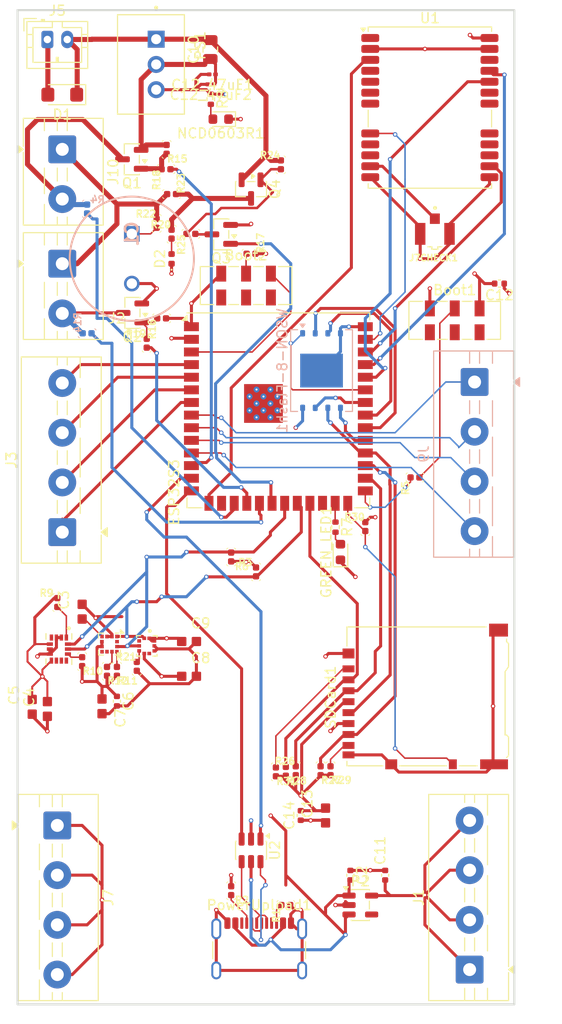
<source format=kicad_pcb>
(kicad_pcb (version 20241229) (generator "pcbnew") (generator_version "9.0")
  (layers (0 "F.Cu" signal) (4 "In1.Cu" power "GND.Cu") (6 "In2.Cu" power "3V3.Cu") (2 "B.Cu" signal) (13 "F.Paste" user) (15 "B.Paste" user) (5 "F.SilkS" user "F.Silkscreen") (7 "B.SilkS" user "B.Silkscreen") (1 "F.Mask" user) (3 "B.Mask" user) (25 "Edge.Cuts" user))
  (net 0 "")
  (net 1 "+5V")
  (net 2 "Net-(Barometer1-SDI)")
  (net 4 "Net-(Boot1A-B)")
  (net 5 "+7.4V")
  (net 6 "Net-(ESP32S3-IO4)")
  (net 7 "GND")
  (net 8 "+3V3")
  (net 9 "Net-(Boot2A-B)")
  (net 10 "Net-(Boot2A-C)")
  (net 11 "Net-(ESP32S3-IO5)")
  (net 12 "Net-(ESP32S3-IO0)")
  (net 13 "Net-(ESP32S3-IO6)")
  (net 14 "Net-(Barometer1-SCK)")
  (net 22 "Net-(PowerUpload1-CC2)")
  (net 24 "Net-(PowerUpload1-CC1)")
  (net 25 "Net-(C1-+)")
  (net 26 "Net-(D2-A)")
  (net 27 "Net-(ESP32S3-IO19)")
  (net 28 "Net-(ESP32S3-IO3)")
  (net 29 "Net-(ESP32S3-IO35)")
  (net 30 "Net-(ESP32S3-IO7)")
  (net 31 "/~{RESET}")
  (net 32 "/CS_FLASH")
  (net 33 "Net-(IMU6axis1-CS)")
  (net 34 "Net-(IMU6axis1-SDO{slash}SA0)")
  (net 35 "Net-(Magnometer1-SDO{slash}SA1)")
  (net 36 "Net-(Magnometer1-C1)")
  (net 37 "Net-(Magnometer1-~{CS})")
  (net 38 "Net-(ESP32S3-IO16)")
  (net 39 "Net-(J2-Pin_2)")
  (net 40 "Net-(ESP32S3-IO38)")
  (net 41 "Net-(ESP32S3-IO41)")
  (net 42 "Net-(Q1-G)")
  (net 43 "Net-(ESP32S3-IO36)")
  (net 45 "Net-(ESP32S3-IO39)")
  (net 46 "Net-(ESP32S3-IO37)")
  (net 47 "Net-(ESP32S3-IO21)")
  (net 48 "Net-(ESP32S3-IO15)")
  (net 49 "Net-(ESP32S3-IO20)")
  (net 50 "/PYRO_FIRE")
  (net 51 "Net-(ESP32S3-IO17)")
  (net 53 "/CHARGE_PYRO")
  (net 54 "/DET_A")
  (net 55 "/PYRO2_FIRE")
  (net 56 "Net-(ESP32S3-IO40)")
  (net 57 "Net-(ESP32S3-IO2)")
  (net 58 "Net-(ESP32S3-TXD0)")
  (net 59 "Net-(ESP32S3-IO48)")
  (net 60 "Net-(ESP32S3-RXD0)")
  (net 61 "Net-(ESP32S3-IO18)")
  (net 62 "Net-(GREEN_LED1-A)")
  (net 63 "Net-(J10-Pin_1)")
  (net 64 "Net-(U1-RF_IN)")
  (net 65 "Net-(J10-Pin_2)")
  (net 66 "Net-(NCD0603R1-A)")
  (net 68 "Net-(PowerUpload1-D+-PadA6)")
  (net 69 "Net-(PowerUpload1-D--PadA7)")
  (net 70 "Net-(Q2-G)")
  (net 71 "Net-(Q3-D)")
  (net 72 "Net-(Q4-G)")
  (net 73 "Net-(SDCard1-DAT1)")
  (net 74 "Net-(SDCard1-DAT2)")
  (net 77 "Net-(Q4-D)")
  (net 83 "Net-(Barometer1-SDO)")
  (footprint "TerminalBlock:TerminalBlock_MaiXu_MX126-5.0-04P_1x04_P5.00mm" (layer "F.Cu") (at 104.5 132 -90)
    (property "Reference" "J7")
    (property "Value" "MX128-5.0-04P-GN01-Cu-Y-A")
  )
  (footprint "Resistor:R0402" (layer "F.Cu") (at 117.9445 72.5 -90)
    (property "Reference" "R25")
    (property "Value" "2200")
  )
  (footprint "Resistor:R0402" (layer "F.Cu") (at 126.5 126.611)
    (property "Reference" "R31")
    (property "Value" "10k")
  )
  (footprint "LED_SMD:LED_0603_1608Metric" (layer "F.Cu") (at 133 104.5 90)
    (property "Reference" "GREEN_LED1")
    (property "Value" "NCD0603G1")
  )
  (footprint "Package_TO_SOT_SMD:SOT-23" (layer "F.Cu") (at 112.0625 80.45 180)
    (property "Reference" "Q2")
    (property "Value" "AO3400A")
  )
  (footprint "Capacitor:CAPC1608X90N" (layer "F.Cu") (at 131.5 131 90)
    (property "Reference" "C13")
    (property "Value" "100nF")
  )
  (footprint "Capacitor_SMD:C_0402_1005Metric" (layer "F.Cu") (at 110.5 119.5 -90)
    (property "Reference" "C6")
    (property "Value" "1uF")
  )
  (footprint "Resistor:R0402" (layer "F.Cu") (at 115 81 -90)
    (property "Reference" "R16")
    (property "Value" "10k")
  )
  (footprint "Resistor:R0402" (layer "F.Cu") (at 127.5 140.007577 -90)
    (property "Reference" "R1")
    (property "Value" "5.1k")
  )
  (footprint "Package_TO_SOT_SMD:SOT-23-5" (layer "F.Cu") (at 135 140.007577)
    (property "Reference" "P2")
    (property "Value" "LP5907MFX-3.3")
  )
  (footprint "RF_GPS:ublox_NEO" (layer "F.Cu") (at 142 59.8)
    (property "Reference" "U1")
    (property "Value" "NEO-M8N")
  )
  (footprint "Resistor:R0402" (layer "F.Cu") (at 109.5 116.5)
    (property "Reference" "R12")
    (property "Value" "10k")
  )
  (footprint "Button_Switch_SMD:SW_DPDT_CK_JS202011JCQN" (layer "F.Cu") (at 123.5 77.7)
    (property "Reference" "Boot2")
    (property "Value" "SW_DPDT_x2")
  )
  (footprint "Resistor:R0402" (layer "F.Cu") (at 110.5 116.5)
    (property "Reference" "R11")
    (property "Value" "10k")
  )
  (footprint "RF_Module:ESP32-S3-WROOM-1U" (layer "F.Cu") (at 126.75 90.25)
    (property "Reference" "ESP32S3")
    (property "Value" "ESP32-S3-WROOM-1U-N4")
  )
  (footprint "Capacitor:CAPC1608X90N" (layer "F.Cu") (at 117.76 117)
    (property "Reference" "C8")
    (property "Value" "100nF")
  )
  (footprint "Package_TO_SOT_SMD:SOT-23-6" (layer "F.Cu") (at 124 134.507577 -90)
    (property "Reference" "U2")
    (property "Value" "USBLC6-2SC6")
  )
  (footprint "Package_TO_SOT_SMD:SOT-23" (layer "F.Cu") (at 124 68 -90)
    (property "Reference" "Q4")
    (property "Value" "FDN340P")
  )
  (footprint "Resistor:R0402" (layer "F.Cu") (at 107 115.525)
    (property "Reference" "R10")
    (property "Value" "10k")
  )
  (footprint "TerminalBlock:TerminalBlock_MaiXu_MX126-5.0-02P_1x02_P5.00mm" (layer "F.Cu") (at 105 64 -90)
    (property "Reference" "J10")
    (property "Value" "Screw_Terminal")
  )
  (footprint "Button_Switch_SMD:SW_DPDT_CK_JS202011JCQN" (layer "F.Cu") (at 144.5 81.2)
    (property "Reference" "Boot1")
    (property "Value" "SW_DPDT_x2")
  )
  (footprint "BMP388:PQFN50P200X200X80-10N" (layer "F.Cu") (at 113.505 113.9425 -90)
    (property "Reference" "Barometer1" (hide yes))
    (property "Value" "BMP388")
  )
  (footprint "TerminalBlock:TerminalBlock_MaiXu_MX126-5.0-04P_1x04_P5.00mm" (layer "F.Cu") (at 146 146.5 90)
    (property "Reference" "J1")
    (property "Value" "MX128-5.0-04P-GN01-Cu-Y-A")
  )
  (footprint "Resistor:R0402" (layer "F.Cu") (at 112.5 116 180)
    (property "Reference" "R21")
    (property "Value" "10k")
  )
  (footprint "Resistor_SMD:R_0402_1005Metric" (layer "F.Cu") (at 132.5 102 -90)
    (property "Reference" "R7")
    (property "Value" "5.4k")
  )
  (footprint "Resistor:R0402" (layer "F.Cu") (at 115.5 64)
    (property "Reference" "R15")
    (property "Value" "10k")
  )
  (footprint "Package_TO_SOT_SMD:SOT-23" (layer "F.Cu") (at 112 65 180)
    (property "Reference" "Q1")
    (property "Value" "AO3400A")
  )
  (footprint "LED_SMD:LED_0402_1005Metric" (layer "F.Cu") (at 116 75.015 90)
    (property "Reference" "D2")
    (property "Value" "RED LED")
  )
  (footprint "Resistor:R0402" (layer "F.Cu") (at 114.5 71.4445 180)
    (property "Reference" "R22")
    (property "Value" "147")
  )
  (footprint "Resistor_SMD:R_0402_1005Metric" (layer "F.Cu") (at 119.95 58.96 -90)
    (property "Reference" "R8")
    (property "Value" "5.4k")
  )
  (footprint "Resistor:R0402" (layer "F.Cu") (at 122 138.563077)
    (property "Reference" "R2")
    (property "Value" "5.1k")
  )
  (footprint "Resistor:R0402" (layer "F.Cu") (at 140.5 97 -90)
    (property "Reference" "R5")
    (property "Value" "10k")
  )
  (footprint "Capacitor:CAPC1608X90N" (layer "F.Cu") (at 109 120.02 -90)
    (property "Reference" "C7")
    (property "Value" "100nF")
  )
  (footprint "Resistor:R0402" (layer "F.Cu") (at 116 72.53 180)
    (property "Reference" "R20")
    (property "Value" "10k")
  )
  (footprint "Resistor:R0402" (layer "F.Cu") (at 128.5 126.5 180)
    (property "Reference" "R26")
    (property "Value" "10k")
  )
  (footprint "footprints:CONV_TPSM84205EAB" (layer "F.Cu") (at 114.45 55.46 -90)
    (property "Reference" "PS1")
    (property "Value" "TPSM84205EAB" (hide yes))
  )
  (footprint "Resistor:R0402" (layer "F.Cu") (at 104.5 109.5805 180)
    (property "Reference" "R9")
    (property "Value" "10k")
  )
  (footprint "Capacitor_SMD:C_0402_1005Metric" (layer "F.Cu") (at 149 77.5 180)
    (property "Reference" "C12")
    (property "Value" "100nf")
  )
  (footprint "Resistor:R0402" (layer "F.Cu") (at 135.5 101.9445 180)
    (property "Reference" "R30")
    (property "Value" "10k")
  )
  (footprint "Capacitor:CAPC1608X90N" (layer "F.Cu") (at 117.76 113.5)
    (property "Reference" "C9")
    (property "Value" "100nF")
  )
  (footprint "Resistor:R0402" (layer "F.Cu") (at 131 126.5)
    (property "Reference" "R27")
    (property "Value" "10k")
  )
  (footprint "Capacitor:CAPC1608X90N" (layer "F.Cu") (at 103.5 120.285 90)
    (property "Reference" "C4")
    (property "Value" "100nF")
  )
  (footprint "Diode_SMD:D_SMF" (layer "F.Cu") (at 105 58.5 180)
    (property "Reference" "D1")
    (property "Value" "SMF9V0A")
  )
  (footprint "TerminalBlock:TerminalBlock_MaiXu_MX126-5.0-04P_1x04_P5.00mm" (layer "F.Cu") (at 105 102.5 90)
    (property "Reference" "J3")
    (property "Value" "MX128-5.0-04P-GN01-Cu-Y-A")
  )
  (footprint "Capacitor_SMD:C_0805_2012Metric" (layer "F.Cu") (at 119.9 53.96 90)
    (property "Reference" "C10")
    (property "Value" "10uf 1mOhm")
  )
  (footprint "Resistor:R0402" (layer "F.Cu") (at 113.5 83.5 180)
    (property "Reference" "R19")
    (property "Value" "330")
  )
  (footprint "Resistor:R0402" (layer "F.Cu") (at 124 74.5 90)
    (property "Reference" "R17")
    (property "Value" "10K")
  )
  (footprint "Resistor:R0402" (layer "F.Cu") (at 127.5 126.5555)
    (property "Reference" "R28")
    (property "Value" "10k")
  )
  (footprint "Connector_JST:JST_PH_B2B-PH-K_1x02_P2.00mm_Vertical" (layer "F.Cu") (at 103.5 52.95)
    (property "Reference" "J5")
    (property "Value" "LIPO PIN")
  )
  (footprint "footprints:IPEX_20279-001E-03" (layer "F.Cu") (at 142.5 72.5 180)
    (property "Reference" "J7CHECK1")
    (property "Value" "20279-001E-03")
  )
  (footprint "Resistor:R0402" (layer "F.Cu") (at 132 126.5)
    (property "Reference" "R29")
    (property "Value" "10k")
  )
  (footprint "TerminalBlock:TerminalBlock_MaiXu_MX126-5.0-02P_1x02_P5.00mm" (layer "F.Cu") (at 105 75.5 -90)
    (property "Reference" "J2")
    (property "Value" "Screw_Terminal")
  )
  (footprint "Capacitor_SMD:C_0402_1005Metric" (layer "F.Cu") (at 137.5 137.007577 -90)
    (property "Reference" "C11")
    (property "Value" "1uf")
  )
  (footprint "Package_LGA:LGA-12_2x2mm_P0.5mm" (layer "F.Cu") (at 109.75 113.7625 -90)
    (property "Reference" "Magnometer1" (hide yes))
    (property "Value" "LIS3MDLTR")
  )
  (footprint "Capacitor_SMD:C_0402_1005Metric" (layer "F.Cu") (at 134 137.007577 -90)
    (property "Reference" "C2")
    (property "Value" "1uf")
  )
  (footprint "Resistor:R0402" (layer "F.Cu") (at 122 105)
    (property "Reference" "R6")
    (property "Value" "2.2k")
  )
  (footprint "Connector_Card:microSD_HC_Hirose_DM3AT-SF-PEJM5" (layer "F.Cu") (at 141.535 119.03 90)
    (property "Reference" "SDCard1")
    (property "Value" "Micro_SD_Card")
  )
  (footprint "Capacitor:CAPC1608X90N" (layer "F.Cu") (at 107 110.5 90)
    (property "Reference" "C3")
    (property "Value" "100nF" (hide yes))
  )
  (footprint "Capacitor_SMD:C_0201_0603Metric" (layer "F.Cu") (at 119.95 57.46 180)
    (property "Reference" "C12_47uF2")
    (property "Value" "06034W476MAT2A")
  )
  (footprint "LSM6DSOX:PQFN50P250X300X86-14N" (layer "F.Cu") (at 104.66 114.2625 -90)
    (property "Reference" "IMU6axis1" (hide yes))
    (property "Value" "LSM6DSOXTR")
  )
  (footprint "Resistor:R0402" (layer "F.Cu") (at 127 65.5555 180)
    (property "Reference" "R24")
    (property "Value" "10k")
  )
  (footprint "Capacitor_SMD:C_0402_1005Metric" (layer "F.Cu") (at 129 131 90)
    (property "Reference" "C14")
    (property "Value" "10uF")
  )
  (footprint "Resistor:R0402" (layer "F.Cu") (at 115.4445 66 -90)
    (property "Reference" "R18")
    (property "Value" "330")
  )
  (footprint "Resistor:R0402" (layer "F.Cu") (at 124.5 106.5 180)
    (property "Reference" "R3")
    (property "Value" "2.2k")
  )
  (footprint "LED_SMD:LED_0603_1608Metric" (layer "F.Cu") (at 120.95 60.96 180)
    (property "Reference" "NCD0603R1")
    (property "Value" "RED_LED")
  )
  (footprint "Capacitor:CAPC1608X90N" (layer "F.Cu") (at 101.975 120.07 90)
    (property "Reference" "C5")
    (property "Value" "100nF")
  )
  (footprint "Connector_USB:USB_C_Receptacle_GCT_USB4105-xx-A_16P_TopMnt_Horizontal" (layer "F.Cu") (at 124.82 145.507577)
    (property "Reference" "PowerUpload1")
    (property "Value" "USB_C")
  )
  (footprint "Resistor:R0402" (layer "F.Cu") (at 116 68.5 90)
    (property "Reference" "R23")
    (property "Value" "1 ohm, 20W")
  )
  (footprint "Package_TO_SOT_SMD:SOT-23" (layer "F.Cu") (at 121 72.55 180)
    (property "Reference" "Q3")
    (property "Value" "AO3400A")
  )
  (footprint "Capacitor_SMD:C_0201_0603Metric" (layer "F.Cu") (at 120.105 56.46 180)
    (property "Reference" "C12_47uF1")
    (property "Value" "06034W476MAT2A")
  )
  (footprint "Package_SON:WSON-8-1EP_8x6mm_P1.27mm_EP3.4x4.3mm" (layer "B.Cu") (at 131.095 86.25 -90)
    (property "Reference" "WSON-8-Flash1")
    (property "Value" "U10")
  )
  (footprint "TerminalBlock:TerminalBlock_MaiXu_MX126-5.0-04P_1x04_P5.00mm" (layer "B.Cu") (at 146.5 87.4 -90)
    (property "Reference" "J9")
    (property "Value" "MX128-5.0-04P-GN01-Cu-Y-A" (hide yes))
  )
  (footprint "Resistor:R0402" (layer "B.Cu") (at 107.5 82.5 90)
    (property "Reference" "R14")
    (property "Value" "10k")
  )
  (footprint "Resistor:R0402" (layer "B.Cu") (at 107.5 70)
    (property "Reference" "R4")
    (property "Value" "10k")
  )
  (footprint "Capacitor:CAPPRD500W85D1250H3700" (layer "B.Cu") (at 112 72.5 -90)
    (property "Reference" "C1")
    (property "Value" "6800 UF" (hide yes))
  )
  (gr_rect (start 100.5 50) (end 150.5 150) (stroke (width 0.2)) (fill no) (layer "Edge.Cuts"))
  (segment (start 125.98 131.02) (end 127.5 132.54) (width 0.3048) (layer "F.Cu") (net 1))
  (segment (start 114.45 58) (end 118.45 58) (width 0.3048) (layer "F.Cu") (net 1))
  (segment (start 127.5 132.54) (end 127.5 138) (width 0.3048) (layer "F.Cu") (net 1))
  (segment (start 118.45 58) (end 118.45 57.96) (width 0.3048) (layer "F.Cu") (net 1))
  (segment (start 122.42 142.356807) (end 124.10517 144.041977) (width 0.3048) (layer "F.Cu") (net 1))
  (segment (start 119.5 58) (end 119.95 58.45) (width 0.3048) (layer "F.Cu") (net 1))
  (segment (start 132.694244 139.057577) (end 131.5 140.251821) (width 0.3048) (layer "F.Cu") (net 1))
  (segment (start 133.5 141.320077) (end 133.8625 140.957577) (width 0.3048) (layer "F.Cu") (net 1))
  (segment (start 121.44 58.45) (end 119.95 58.45) (width 0.3048) (layer "F.Cu") (net 1))
  (segment (start 118.45 57.96) (end 118.95 57.46) (width 0.3048) (layer "F.Cu") (net 1))
  (segment (start 125.43529 144.041977) (end 125.984845 143.492422) (width 0.3048) (layer "F.Cu") (net 1))
  (segment (start 127.22 142.257267) (end 127.22 141.827577) (width 0.3048) (layer "F.Cu") (net 1))
  (segment (start 122.42 141.827577) (end 122.42 142.356807) (width 0.3048) (layer "F.Cu") (net 1))
  (segment (start 118.45 56.96) (end 118.95 56.46) (width 0.3048) (layer "F.Cu") (net 1))
  (segment (start 118.45 58) (end 119.5 58) (width 0.3048) (layer "F.Cu") (net 1))
  (segment (start 133.8625 139.057577) (end 132.694244 139.057577) (width 0.3048) (layer "F.Cu") (net 1))
  (segment (start 133.8625 139.057577) (end 133.8625 137.625077) (width 0.3048) (layer "F.Cu") (net 1))
  (segment (start 133.8625 137.625077) (end 134 137.487577) (width 0.3048) (layer "F.Cu") (net 1))
  (segment (start 124.10517 144.041977) (end 125.43529 144.041977) (width 0.3048) (layer "F.Cu") (net 1))
  (segment (start 118.95 57.46) (end 119.63 57.46) (width 0.3048) (layer "F.Cu") (net 1))
  (segment (start 131.5 141.007577) (end 133.5 143.007577) (width 0.3048) (layer "F.Cu") (net 1))
  (segment (start 131.5 140.251821) (end 131.5 141.007577) (width 0.3048) (layer "F.Cu") (net 1))
  (segment (start 125.96 131) (end 125.98 131.02) (width 0.3048) (layer "F.Cu") (net 1))
  (segment (start 124 137.507577) (end 124 135.645077) (width 0.3048) (layer "F.Cu") (net 1))
  (segment (start 118.95 56.46) (end 119.785 56.46) (width 0.3048) (layer "F.Cu") (net 1))
  (segment (start 125.984845 143.492422) (end 127.22 142.257267) (width 0.3048) (layer "F.Cu") (net 1))
  (segment (start 118.45 57.96) (end 118.45 56.96) (width 0.3048) (layer "F.Cu") (net 1))
  (segment (start 133.5 143.007577) (end 133.5 141.320077) (width 0.3048) (layer "F.Cu") (net 1))
  (segment (start 127.5 137.007577) (end 131.5 141.007577) (width 0.3048) (layer "F.Cu") (net 1))
  (via blind (at 125.98 131.02) (size 0.4572) (drill 0.254) (layers "F.Cu" "In2.Cu") (net 1))
  (via (at 133.5 143.007577) (size 0.4572) (drill 0.254) (layers "F.Cu" "B.Cu") (net 1))
  (via (at 125.984845 143.492422) (size 0.4572) (drill 0.254) (layers "F.Cu" "B.Cu") (net 1))
  (via (at 124 137.507577) (size 0.4572) (drill 0.254) (layers "F.Cu" "B.Cu") (net 1))
  (segment (start 124.778644 144.041977) (end 124 143.263333) (width 0.3048) (layer "B.Cu") (net 1))
  (segment (start 125.984845 143.492422) (end 127 144.507577) (width 0.3048) (layer "B.Cu") (net 1))
  (segment (start 127 144.507577) (end 132 144.507577) (width 0.3048) (layer "B.Cu") (net 1))
  (segment (start 125.984845 143.492422) (end 125.43529 144.041977) (width 0.3048) (layer "B.Cu") (net 1))
  (segment (start 125.43529 144.041977) (end 124.778644 144.041977) (width 0.3048) (layer "B.Cu") (net 1))
  (segment (start 132 144.507577) (end 133.5 143.007577) (width 0.3048) (layer "B.Cu") (net 1))
  (segment (start 124 143.263333) (end 124 137.507577) (width 0.3048) (layer "B.Cu") (net 1))
  (via blind (at 121.45 58.46) (size 0.4572) (drill 0.254) (layers "In2.Cu" "B.Cu") (net 1))
  (segment (start 124.261999 104.5) (end 125.9445 102.817499) (width 0.3048) (layer "F.Cu") (net 2))
  (segment (start 106.2375 113.7625) (end 107 113) (width 0.3048) (layer "F.Cu") (net 2))
  (segment (start 125.9445 102.817499) (end 125.9445 102.5) (width 0.3048) (layer "F.Cu") (net 2))
  (segment (start 117.5 104.5) (end 124.261999 104.5) (width 0.3048) (layer "F.Cu") (net 2))
  (segment (start 125.9445 102.5) (end 127.385 101.0595) (width 0.3048) (layer "F.Cu") (net 2))
  (segment (start 111.4875 114.0125) (end 110.5125 114.0125) (width 0.3048) (layer "F.Cu") (net 2))
  (segment (start 127.385 101.0595) (end 127.385 99.6) (width 0.3048) (layer "F.Cu") (net 2))
  (segment (start 111.5575 113.9425) (end 111.4875 114.0125) (width 0.3048) (layer "F.Cu") (net 2))
  (segment (start 112.74 113.9425) (end 111.5575 113.9425) (width 0.3048) (layer "F.Cu") (net 2))
  (segment (start 105.57 113.7625) (end 106.2375 113.7625) (width 0.3048) (layer "F.Cu") (net 2))
  (via (at 113.5 105) (size 0.4572) (drill 0.254) (layers "F.Cu" "B.Cu") (net 2))
  (via (at 117.5 104.5) (size 0.4572) (drill 0.254) (layers "F.Cu" "B.Cu") (net 2))
  (via (at 107 113) (size 0.4572) (drill 0.254) (layers "F.Cu" "B.Cu") (net 2))
  (via (at 111.5575 113.9425) (size 0.4572) (drill 0.254) (layers "F.Cu" "B.Cu") (net 2))
  (segment (start 113.5 105) (end 117 105) (width 0.3048) (layer "B.Cu") (net 2))
  (segment (start 113.5 112) (end 113.5 106.5) (width 0.3048) (layer "B.Cu") (net 2))
  (segment (start 111.5575 113.9425) (end 113.5 112) (width 0.3048) (layer "B.Cu") (net 2))
  (segment (start 117 105) (end 117.5 104.5) (width 0.3048) (layer "B.Cu") (net 2))
  (segment (start 113.5 106.5) (end 113.5 105) (width 0.3048) (layer "B.Cu") (net 2))
  (segment (start 107 113) (end 113.5 106.5) (width 0.3048) (layer "B.Cu") (net 2))
  (segment (start 140.9445 97) (end 143 94.9445) (width 0.1524) (layer "F.Cu") (net 4))
  (segment (start 143 94.9445) (end 143 81.5) (width 0.1524) (layer "F.Cu") (net 4))
  (segment (start 143 81.5) (end 144.5 80) (width 0.1524) (layer "F.Cu") (net 4))
  (segment (start 106.5 58.45) (end 106.45 58.5) (width 0.508) (layer "F.Cu") (net 5))
  (segment (start 125.5 64.6125) (end 123.05 67.0625) (width 0.508) (layer "F.Cu") (net 5))
  (segment (start 125.5 58.61) (end 125.5 64.6125) (width 0.508) (layer "F.Cu") (net 5))
  (segment (start 125.9985 65.111) (end 125.5 64.6125) (width 0.508) (layer "F.Cu") (net 5))
  (segment (start 105.5 52.95) (end 107.95 52.95) (width 0.508) (layer "F.Cu") (net 5))
  (segment (start 119.9 53.01) (end 125.5 58.61) (width 0.508) (layer "F.Cu") (net 5))
  (segment (start 114.45 52.92) (end 107.98 52.92) (width 0.508) (layer "F.Cu") (net 5))
  (segment (start 127 65.111) (end 125.9985 65.111) (width 0.508) (layer "F.Cu") (net 5))
  (segment (start 114.45 52.92) (end 119.81 52.92) (width 0.508) (layer "F.Cu") (net 5))
  (segment (start 107.95 52.95) (end 107.99 52.95) (width 0.508) (layer "F.Cu") (net 5))
  (segment (start 119.81 52.92) (end 119.9 53.01) (width 0.508) (layer "F.Cu") (net 5))
  (segment (start 105.5 52.95) (end 106.5 53.95) (width 0.508) (layer "F.Cu") (net 5))
  (segment (start 106.5 53.95) (end 106.5 58.45) (width 0.508) (layer "F.Cu") (net 5))
  (segment (start 107.98 52.92) (end 107.95 52.95) (width 0.508) (layer "F.Cu") (net 5))
  (segment (start 118 85.65) (end 106.85 85.65) (width 0.3048) (layer "F.Cu") (net 6))
  (segment (start 106.85 85.65) (end 105 87.5) (width 0.3048) (layer "F.Cu") (net 6))
  (segment (start 125 101.5) (end 125 100.81) (width 0.3048) (layer "F.Cu") (net 7))
  (segment (start 108.37 111.13) (end 107 109.76) (width 0.3048) (layer "F.Cu") (net 7))
  (segment (start 148.3566 112.9084) (end 148.91 112.355) (width 0.3048) (layer "F.Cu") (net 7))
  (segment (start 114.27 113.9425) (end 114.5729 114.2454) (width 0.3048) (layer "F.Cu") (net 7))
  (segment (start 115.4445 81) (end 117.16 81) (width 0.3048) (layer "F.Cu") (net 7))
  (segment (start 132.745 121.755) (end 132 122.5) (width 0.3048) (layer "F.Cu") (net 7))
  (segment (start 129.14 146.582577) (end 129.14 142.402577) (width 0.3048) (layer "F.Cu") (net 7))
  (segment (start 137.16 124.905) (end 138.11 125.855) (width 0.3048) (layer "F.Cu") (net 7))
  (segment (start 122.305 100.195) (end 121.5 101) (width 0.3048) (layer "F.Cu") (net 7))
  (segment (start 110 112.76) (end 110 113) (width 0.3048) (layer "F.Cu") (net 7))
  (segment (start 121.62 141.627577) (end 120.5 140.507577) (width 0.3048) (layer "F.Cu") (net 7))
  (segment (start 102.7375 114.7625) (end 102.5 115) (width 0.3048) (layer "F.Cu") (net 7))
  (segment (start 107.5 142) (end 109 140.5) (width 0.3048) (layer "F.Cu") (net 7))
  (segment (start 120.425 56.96) (end 120.425 55.435) (width 0.3048) (layer "F.Cu") (net 7))
  (segment (start 121 76.5) (end 118 79.5) (width 0.3048) (layer "F.Cu") (net 7))
  (segment (start 143.975 73.525) (end 142.5 75) (width 0.3048) (layer "F.Cu") (net 7))
  (segment (start 148.46 125.855) (end 147.6796 126.6354) (width 0.3048) (layer "F.Cu") (net 7))
  (segment (start 103.55 53) (end 103.5 52.95) (width 0.3048) (layer "F.Cu") (net 7))
  (segment (start 103.5 121.025) (end 103.5 122.525) (width 0.3048) (layer "F.Cu") (net 7))
  (segment (start 122.305 99.6) (end 122.305 100.195) (width 0.3048) (layer "F.Cu") (net 7))
  (segment (start 109.668416 120.76) (end 109 120.76) (width 0.3048) (layer "F.Cu") (net 7))
  (segment (start 141.025 71.825) (end 141.025 72.5) (width 0.3048) (layer "F.Cu") (net 7))
  (segment (start 101.975 121) (end 103.5 122.525) (width 0.3048) (layer "F.Cu") (net 7))
  (segment (start 113.432 63.5555) (end 112.9375 64.05) (width 0.3048) (layer "F.Cu") (net 7))
  (segment (start 120.5 140.507577) (end 120.5 142.402577) (width 0.3048) (layer "F.Cu") (net 7))
  (segment (start 108.37 111.13) (end 110 112.76) (width 0.3048) (layer "F.Cu") (net 7))
  (segment (start 114.45 55.46) (end 112.9375 56.9725) (width 0.508) (layer "F.Cu") (net 7))
  (segment (start 104.5 137) (end 108 137) (width 0.3048) (layer "F.Cu") (net 7))
  (segment (start 104.41 114.1025) (end 104.41 113.1025) (width 0.3048) (layer "F.Cu") (net 7))
  (segment (start 133.84 81.84) (end 135.5 81.84) (width 0.3048) (layer "F.Cu") (net 7))
  (segment (start 122 138.118577) (end 122 137.007577) (width 0.3048) (layer "F.Cu") (net 7))
  (segment (start 121.62 141.827577) (end 121.62 141.627577) (width 0.3048) (layer "F.Cu") (net 7))
  (segment (start 122.305 99.1092) (end 122.305 99.6) (width 0.3048) (layer "F.Cu") (net 7))
  (segment (start 120.425 55.435) (end 119.9 54.91) (width 0.3048) (layer "F.Cu") (net 7))
  (segment (start 107.5 142) (end 104.5 142) (width 0.3048) (layer "F.Cu") (net 7))
  (segment (start 118 79.5) (end 118 81.84) (width 0.3048) (layer "F.Cu") (net 7))
  (segment (start 120.425 56.96) (end 120.425 56.46) (width 0.3048) (layer "F.Cu") (net 7))
  (segment (start 114.3758 114.4425) (end 114.5729 114.2454) (width 0.3048) (layer "F.Cu") (net 7))
  (segment (start 112 77.5) (end 114 77.5) (width 0.3048) (layer "F.Cu") (net 7))
  (segment (start 133 105.2875) (end 133 105.5) (width 0.3048) (layer "F.Cu") (net 7))
  (segment (start 104.5 147) (end 106 147) (width 0.3048) (layer "F.Cu") (net 7))
  (segment (start 149.48 77.5) (end 149.48 77.98) (width 0.3048) (layer "F.Cu") (net 7))
  (segment (start 147.6796 126.6354) (end 138.87346 126.6354) (width 0.3048) (layer "F.Cu") (net 7))
  (segment (start 111.5663 119.98) (end 110.5 119.98) (width 0.3048) (layer "F.Cu") (net 7))
  (segment (start 143.975 71.525) (end 148 67.5) (width 0.3048) (layer "F.Cu") (net 7))
  (segment (start 128.42 140.507577) (end 128 140.927577) (width 0.3048) (layer "F.Cu") (net 7))
  (segment (start 109.72 120.76) (end 110.5 119.98) (width 0.3048) (layer "F.Cu") (net 7))
  (segment (start 138.11 125.87194) (end 138.11 125.855) (width 0.3048) (layer "F.Cu") (net 7))
  (segment (start 116 75.5) (end 116 76.5) (width 0.3048) (layer "F.Cu") (net 7))
  (segment (start 120.425 57.305) (end 120.425 56.96) (width 0.3048) (layer "F.Cu") (net 7))
  (segment (start 103.55 58.5) (end 103.55 53) (width 0.508) (layer "F.Cu") (net 7))
  (segment (start 119.35 55.46) (end 119.9 54.91) (width 0.3048) (layer "F.Cu") (net 7))
  (segment (start 149.48 77.98) (end 150 78.5) (width 0.3048) (layer "F.Cu") (net 7))
  (segment (start 124.845 100.655) (end 124.845 99.6) (width 0.3048) (layer "F.Cu") (net 7))
  (segment (start 129.14 142.402577) (end 128.595 142.402577) (width 0.3048) (layer "F.Cu") (net 7))
  (segment (start 108 137) (end 109 138) (width 0.3048) (layer "F.Cu") (net 7))
  (segment (start 117.7546 117.7454) (end 118.5 117) (width 0.3048) (layer "F.Cu") (net 7))
  (segment (start 136 66.8) (end 141.025 71.825) (width 0.3048) (layer "F.Cu") (net 7))
  (segment (start 103.75 114.7625) (end 104.41 114.1025) (width 0.3048) (layer "F.Cu") (net 7))
  (segment (start 148 67.5) (end 148 66.8) (width 0.3048) (layer "F.Cu") (net 7))
  (segment (start 120.5 142.402577) (end 120.5 146.582577) (width 0.3048) (layer "F.Cu") (net 7))
  (segment (start 133.81 121.755) (end 132.745 121.755) (width 0.3048) (layer "F.Cu") (net 7))
  (segment (start 148.3566 125.7516) (end 148.3566 112.9084) (width 0.3048) (layer "F.Cu") (net 7))
  (segment (start 127.9445 140.007577) (end 127.9445 140.032077) (width 0.3048) (layer "F.Cu") (net 7))
  (segment (start 117.16 81) (end 118 81.84) (width 0.3048) (layer "F.Cu") (net 7))
  (segment (start 129.14 146.582577) (end 120.5 146.582577) (width 0.3048) (layer "F.Cu") (net 7))
  (segment (start 107 132) (end 104.5 132) (width 0.3048) (layer "F.Cu") (net 7))
  (segment (start 112.5 116.4445) (end 113.8009 117.7454) (width 0.3048) (layer "F.Cu") (net 7))
  (segment (start 114.27 114.4425) (end 114.3758 114.4425) (width 0.3048) (layer "F.Cu") (net 7))
  (segment (start 108.37 111.13) (end 108.5 111) (width 0.3048) (layer "F.Cu") (net 7))
  (segment (start 118.5 114.9908) (end 118.5 117) (width 0.3048) (layer "F.Cu") (net 7))
  (segment (start 129 131.48) (end 131.24 131.48) (width 0.3048) (layer "F.Cu") (net 7))
  (segment (start 117.7546 114.2454) (end 118.5 114.9908) (width 0.3048) (layer "F.Cu") (net 7))
  (segment (start 101.975 120.81) (end 101.975 121) (width 0.3048) (layer "F.Cu") (net 7))
  (segment (start 109 140.5) (end 109 138) (width 0.3048) (layer "F.Cu") (net 7))
  (segment (start 109 138) (end 109 134) (width 0.3048) (layer "F.Cu") (net 7))
  (segment (start 114.5729 114.2454) (end 117.7546 114.2454) (width 0.3048) (layer "F.Cu") (net 7))
  (segment (start 113.8009 117.7454) (end 111.5663 119.98) (width 0.3048) (layer "F.Cu") (net 7))
  (segment (start 129 140.507577) (end 129.14 140.647577) (width 0.3048) (layer "F.Cu") (net 7))
  (segment (start 133.8625 140.007577) (end 132.5 140.007577) (width 0.3048) (layer "F.Cu") (net 7))
  (segment (start 121.9375 71.6) (end 123.9 71.6) (width 0.3048) (layer "F.Cu") (net 7))
  (segment (start 112.9375 56.9725) (end 112.9375 64.05) (width 0.508) (layer "F.Cu") (net 7))
  (segment (start 127.9445 140.032077) (end 128.42 140.507577) (width 0.3048) (layer "F.Cu") (net 7))
  (segment (start 122.95 60.96) (end 121.7375 60.96) (width 0.3048) (layer "F.Cu") (net 7))
  (segment (start 128 140.927577) (end 128 141.807577) (width 0.3048) (layer "F.Cu") (net 7))
  (segment (start 148.46 125.855) (end 148.3566 125.7516) (width 0.3048) (layer "F.Cu") (net 7))
  (segment (start 106 147) (end 109 144) (width 0.3048) (layer "F.Cu") (net 7))
  (segment (start 142.5 75) (end 141 75) (width 0.3048) (layer "F.Cu") (net 7))
  (segment (start 121.5 101) (end 121 101) (width 0.3048) (layer "F.Cu") (net 7))
  (segment (start 128 141.807577) (end 128.02 141.827577) (width 0.3048) (layer "F.Cu") (net 7))
  (segment (start 103.75 114.7625) (end 103.75 114.2625) (width 0.3048) (layer "F.Cu") (net 7))
  (segment (start 138.87346 126.6354) (end 138.11 125.87194) (width 0.3048) (layer "F.Cu") (net 7))
  (segment (start 133.5025 139.647577) (end 133.8625 140.007577) (width 0.3048) (layer "F.Cu") (net 7))
  (segment (start 103.75 114.7625) (end 102.7375 114.7625) (width 0.3048) (layer "F.Cu") (net 7))
  (segment (start 133.81 124.905) (end 137.16 124.905) (width 0.3048) (layer "F.Cu") (net 7))
  (segment (start 113 79.5) (end 114.5 78) (width 0.3048) (layer "F.Cu") (net 7))
  (segment (start 143.975 72.5) (end 143.975 71.525) (width 0.3048) (layer "F.Cu") (net 7))
  (segment (start 109 134) (end 107 132) (width 0.3048) (layer "F.Cu") (net 7))
  (segment (start 114.45 55.46) (end 119.35 55.46) (width 0.508) (layer "F.Cu") (net 7))
  (segment (start 134 136.527577) (end 137.5 136.527577) (width 0.3048) (layer "F.Cu") (net 7))
  (segment (start 142 80) (end 142 78) (width 0.3048) (layer "F.Cu") (net 7))
  (segment (start 104.91 113.1025) (end 104.41 113.1025) (width 0.3048) (layer "F.Cu") (net 7))
  (segment (start 114 77.5) (end 114.5 78) (width 0.3048) (layer "F.Cu") (net 7))
  (segment (start 146.3344 52.8) (end 146.0344 52.5) (width 0.3048) (layer "F.Cu") (net 7))
  (segment (start 115.5 63.5555) (end 113.432 63.5555) (width 0.508) (layer "F.Cu") (net 7))
  (segment (start 141.025 74.975) (end 141 75) (width 0.3048) (layer "F.Cu") (net 7))
  (segment (start 117.7546 114.2454) (end 118.5 113.5) (width 0.3048) (layer "F.Cu") (net 7))
  (segment (start 109 120.76) (end 109.72 120.76) (width 0.3048) (layer "F.Cu") (net 7))
  (segment (start 133 105.5) (end 134.5 107) (width 0.3048) (layer "F.Cu") (net 7))
  (segment (start 124 133.370077) (end 124 131.507577) (width 0.3048) (layer "F.Cu") (net 7))
  (segment (start 141.025 72.5) (end 141.025 74.975) (width 0.3048) (layer "F.Cu") (net 7))
  (segment (start 133.81 114.705) (end 131.795 114.705) (width 0.3048) (layer "F.Cu") (net 7))
  (segment (start 109.5 113) (end 110 113) (width 0.3048) (layer "F.Cu") (net 7))
  (segment (start 131.795 114.705) (end 131.5 115) (width 0.3048) (layer "F.Cu") (net 7))
  (segment (start 148 52.8) (end 146.3344 52.8) (width 0.3048) (layer "F.Cu") (net 7))
  (segment (start 129.14 140.647577) (end 129.14 142.402577) (width 0.3048) (layer "F.Cu") (net 7))
  (segment (start 125 100.81) (end 124.845 100.655) (width 0.3048) (layer "F.Cu") (net 7))
  (segment (start 123.9 71.6) (end 124 71.5) (width 0.3048) (layer "F.Cu") (net 7))
  (segment (start 120.27 57.46) (end 120.425 57.305) (width 0.3048) (layer "F.Cu") (net 7))
  (segment (start 113.8009 117.7454) (end 117.7546 117.7454) (width 0.3048) (layer "F.Cu") (net 7))
  (segment (start 143.975 72.5) (end 143.975 73.525) (width 0.3048) (layer "F.Cu") (net 7))
  (segment (start 129 140.507577) (end 128.42 140.507577) (width 0.3048) (layer "F.Cu") (net 7))
  (segment (start 108.5 111) (end 111 111) (width 0.3048) (layer "F.Cu") (net 7))
  (segment (start 109 144) (end 109 140.5) (width 0.3048) (layer "F.Cu") (net 7))
  (segment (start 131.24 131.48) (end 131.5 131.74) (width 0.3048) (layer "F.Cu") (net 7))
  (segment (start 128.595 142.402577) (end 128.02 141.827577) (width 0.3048) (layer "F.Cu") (net 7))
  (via blind (at 148.3566 120) (size 0.4572) (drill 0.254) (layers "F.Cu" "In1.Cu") (net 7))
  (via blind (at 124 71.5) (size 0.4572) (drill 0.254) (layers "F.Cu" "In1.Cu") (net 7))
  (via blind (at 102.5 115) (size 0.4572) (drill 0.254) (layers "F.Cu" "In1.Cu") (net 7))
  (via blind (at 122 137.007577) (size 0.4572) (drill 0.254) (layers "F.Cu" "In1.Cu") (net 7))
  (via blind (at 120.5 140.507577) (size 0.4572) (drill 0.254) (layers "F.Cu" "In1.Cu") (net 7))
  (via blind (at 129 140.507577) (size 0.4572) (drill 0.254) (layers "F.Cu" "In1.Cu") (net 7))
  (via blind (at 136 136.507577) (size 0.4572) (drill 0.254) (layers "F.Cu" "In1.Cu") (net 7))
  (via blind (at 132 122.5) (size 0.4572) (drill 0.254) (layers "F.Cu" "In1.Cu") (net 7))
  (via blind (at 131.5 115) (size 0.4572) (drill 0.254) (layers "F.Cu" "In1.Cu") (net 7))
  (via blind (at 109 139.5) (size 0.4572) (drill 0.254) (layers "F.Cu" "In1.Cu") (net 7))
  (via blind (at 146.0344 52.5) (size 0.4572) (drill 0.254) (layers "F.Cu" "In1.Cu") (net 7))
  (via blind (at 142 78) (size 0.4572) (drill 0.254) (layers "F.Cu" "In1.Cu") (net 7))
  (via blind (at 118 79.5) (size 0.4572) (drill 0.254) (layers "F.Cu" "In1.Cu") (net 7))
  (via (at 125 101.5) (size 0.4572) (drill 0.254) (layers "F.Cu" "B.Cu") (net 7))
  (via blind (at 114.5 78) (size 0.4572) (drill 0.254) (layers "F.Cu" "In1.Cu") (net 7))
  (via (at 121 101) (size 0.4572) (drill 0.254) (layers "F.Cu" "B.Cu") (net 7))
  (via (at 124 131.507577) (size 0.4572) (drill 0.254) (layers "F.Cu" "B.Cu") (net 7))
  (via blind (at 134.5 107) (size 0.4572) (drill 0.254) (layers "F.Cu" "In1.Cu") (net 7))
  (via blind (at 103.5 122.525) (size 0.4572) (drill 0.254) (layers "F.Cu" "In1.Cu") (net 7))
  (via blind (at 150 78.5) (size 0.4572) (drill 0.254) (layers "F.Cu" "In1.Cu") (net 7))
  (via blind (at 108.37 111.13) (size 0.4572) (drill 0.254) (layers "F.Cu" "In1.Cu") (net 7))
  (via blind (at 116 76.5) (size 0.4572) (drill 0.254) (layers "F.Cu" "In1.Cu") (net 7))
  (via blind (at 132.5 140.007577) (size 0.4572) (drill 0.254) (layers "F.Cu" "In1.Cu") (net 7))
  (via blind (at 141 75) (size 0.4572) (drill 0.254) (layers "F.Cu" "In1.Cu") (net 7))
  (via (at 133.84 81.84) (size 0.4572) (drill 0.254) (layers "F.Cu" "B.Cu") (net 7))
  (via blind (at 130 131.5) (size 0.4572) (drill 0.254) (layers "F.Cu" "In1.Cu") (net 7))
  (via blind (at 122.95 60.96) (size 0.4572) (drill 0.254) (layers "F.Cu" "In1.Cu") (net 7))
  (via blind (at 118.5 115.5) (size 0.4572) (drill 0.254) (layers "F.Cu" "In1.Cu") (net 7))
  (segment (start 125 101.5) (end 115.5 101.5) (width 0.3048) (layer "B.Cu") (net 7))
  (segment (start 115.5 101.5) (end 110 96) (width 0.3048) (layer "B.Cu") (net 7))
  (segment (start 108.0555 71) (end 107.5 70.4445) (width 0.3048) (layer "B.Cu") (net 7))
  (segment (start 108.5 71) (end 108.0555 71) (width 0.3048) (layer "B.Cu") (net 7))
  (segment (start 108.9445 83.5) (end 107.9445 82.5) (width 0.3048) (layer "B.Cu") (net 7))
  (segment (start 110 96) (end 110 83.5) (width 0.3048) (layer "B.Cu") (net 7))
  (segment (start 110 83.5) (end 108.9445 83.5) (width 0.3048) (layer "B.Cu") (net 7))
  (segment (start 112 83.5) (end 109.5 81) (width 0.3048) (layer "B.Cu") (net 7))
  (segment (start 133 82) (end 133 82.5) (width 0.3048) (layer "B.Cu") (net 7))
  (segment (start 121 101) (end 112 92) (width 0.3048) (layer "B.Cu") (net 7))
  (segment (start 133.84 81.84) (end 133.16 81.84) (width 0.3048) (layer "B.Cu") (net 7))
  (segment (start 133 84.345) (end 131.095 86.25) (width 0.3048) (layer "B.Cu") (net 7))
  (segment (start 133.16 81.84) (end 133 82) (width 0.3048) (layer "B.Cu") (net 7))
  (segment (start 109.5 81) (end 108.5 81) (width 0.3048) (layer "B.Cu") (net 7))
  (segment (start 112 92) (end 112 83.5) (width 0.3048) (layer "B.Cu") (net 7))
  (segment (start 133 82.5) (end 133 84.345) (width 0.3048) (layer "B.Cu") (net 7))
  (segment (start 108.5 81) (end 108.5 71) (width 0.3048) (layer "B.Cu") (net 7))
  (segment (start 115 117) (end 117.02 117) (width 0.3048) (layer "F.Cu") (net 8))
  (segment (start 128.5 126.9445) (end 128.5 128.5) (width 0.3048) (layer "F.Cu") (net 8))
  (segment (start 146.5 76.5) (end 147 77) (width 0.3048) (layer "F.Cu") (net 8))
  (segment (start 103 117.025) (end 101.5 115.525) (width 0.2) (layer "F.Cu") (net 8))
  (segment (start 148 53.9) (end 141.5 53.9) (width 0.3048) (layer "F.Cu") (net 8))
  (segment (start 130.5 130.52) (end 131.24 130.52) (width 0.3048) (layer "F.Cu") (net 8))
  (segment (start 136 101) (end 135.5 101.5) (width 0.3048) (layer "F.Cu") (net 8))
  (segment (start 137.5 138.557577) (end 137.5 137.487577) (width 0.3048) (layer "F.Cu") (net 8))
  (segment (start 128.5 128.5) (end 129 129) (width 0.3048) (layer "F.Cu") (net 8))
  (segment (start 132 126.9445) (end 131.0555 126.9445) (width 0.3048) (layer "F.Cu") (net 8))
  (segment (start 133.81 119.555) (end 133.3992 119.555) (width 0.3048) (layer "F.Cu") (net 8))
  (segment (start 147 77) (end 147 77.5) (width 0.3048) (layer "F.Cu") (net 8))
  (segment (start 102.2375 111.081001) (end 102.2375 113.7625) (width 0.3048) (layer "F.Cu") (net 8))
  (segment (start 114.27 113.4425) (end 114.02 113.4425) (width 0.3048) (layer "F.Cu") (net 8))
  (segment (start 103.5 117.525) (end 103 117.025) (width 0.2) (layer "F.Cu") (net 8))
  (segment (start 144 141.5) (end 141.5 139) (width 0.3048) (layer "F.Cu") (net 8))
  (segment (start 113.755 113.1775) (end 116.6975 113.1775) (width 0.3048) (layer "F.Cu") (net 8))
  (segment (start 107 115.9695) (end 107 117.525) (width 0.3048) (layer "F.Cu") (net 8))
  (segment (start 129.0979 123.8563) (end 129.0979 128.9021) (width 0.3048) (layer "F.Cu") (net 8))
  (segment (start 146 131.5) (end 141.5 136) (width 0.3048) (layer "F.Cu") (net 8))
  (segment (start 147.5 77.5) (end 148.52 77.5) (width 0.3048) (layer "F.Cu") (net 8))
  (segment (start 103.5 119.545) (end 103.5 117.525) (width 0.2) (layer "F.Cu") (net 8))
  (segment (start 108.475 117.525) (end 108.5 117.5) (width 0.3048) (layer "F.Cu") (net 8))
  (segment (start 107 117.525) (end 108.475 117.525) (width 0.3048) (layer "F.Cu") (net 8))
  (segment (start 101.5 114.5) (end 102.2375 113.7625) (width 0.2) (layer "F.Cu") (net 8))
  (segment (start 131.24 130.52) (end 131.5 130.26) (width 0.3048) (layer "F.Cu") (net 8))
  (segment (start 108.5892 114.0125) (end 108.5 114.1017) (width 0.3048) (layer "F.Cu") (net 8))
  (segment (start 109.5555 117.9645) (end 109.5 118.02) (width 0.3048) (layer "F.Cu") (net 8))
  (segment (start 124.4445 74.5) (end 125.5 74.5) (width 0.3048) (layer "F.Cu") (net 8))
  (segment (start 108.5 114.1017) (end 108.5 117.5) (width 0.3048) (layer "F.Cu") (net 8))
  (segment (start 138 139.057577) (end 137.5 138.557577) (width 0.3048) (layer "F.Cu") (net 8))
  (segment (start 114.02 113.4425) (end 113.755 113.1775) (width 0.3048) (layer "F.Cu") (net 8))
  (segment (start 104.182501 109.136) (end 102.2375 111.081001) (width 0.3048) (layer "F.Cu") (net 8))
  (segment (start 103 117.025) (end 101.975 118.05) (width 0.2) (layer "F.Cu") (net 8))
  (segment (start 127.5 127.5) (end 129 129) (width 0.3048) (layer "F.Cu") (net 8))
  (segment (start 108.5 117.52) (end 109 118.02) (width 0.3048) (layer "F.Cu") (net 8))
  (segment (start 131 127) (end 129 129) (width 0.3048) (layer "F.Cu") (net 8))
  (segment (start 109 118.02) (end 109 119.28) (width 0.3048) (layer "F.Cu") (net 8))
  (segment (start 108.9875 114.0125) (end 108.5892 114.0125) (width 0.3048) (layer "F.Cu") (net 8))
  (segment (start 102.2375 113.7625) (end 103.75 113.7625) (width 0.2) (layer "F.Cu") (net 8))
  (segment (start 103 116.3325) (end 103.91 115.4225) (width 0.2) (layer "F.Cu") (net 8))
  (segment (start 108.5 117.5) (end 108.5 117.52) (width 0.3048) (layer "F.Cu") (net 8))
  (segment (start 113.255 115.255) (end 115 117) (width 0.3048) (layer "F.Cu") (net 8))
  (segment (start 117.89 83) (end 118 83.11) (width 0.3048) (layer "F.Cu") (net 8))
  (segment (start 113.255 114.7075) (end 113.255 115.255) (width 0.3048) (layer "F.Cu") (net 8))
  (segment (start 131.0555 126.9445) (end 129 129) (width 0.3048) (layer "F.Cu") (net 8))
  (segment (start 141.442423 139.057577) (end 141.5 139) (width 0.3048) (layer "F.Cu") (net 8))
  (segment (start 109.5555 117.889) (end 110.5 116.9445) (width 0.3048) (layer "F.Cu") (net 8))
  (segment (start 144 136.5) (end 141.5 139) (width 0.3048) (layer "F.Cu") (net 8))
  (segment (start 147 77.5) (end 147 80) (width 0.3048) (layer "F.Cu") (net 8))
  (segment (start 109.5 118.02) (end 110.5 119.02) (width 0.3048) (layer "F.Cu") (net 8))
  (segment (start 109.5555 117.9645) (end 109.5555 117.889) (width 0.3048) (layer "F.Cu") (net 8))
  (segment (start 116.6975 113.1775) (end 117.02 113.5) (width 0.3048) (layer "F.Cu") (net 8))
  (segment (start 101.975 118.05) (end 101.975 119.33) (width 0.2) (layer "F.Cu") (net 8))
  (segment (start 146 141.5) (end 144 141.5) (width 0.3048) (layer "F.Cu") (net 8))
  (segment (start 103 117.025) (end 103 116.3325) (width 0.2) (layer "F.Cu") (net 8))
  (segment (start 141.5 142) (end 146 146.5) (width 0.3048) (layer "F.Cu") (net 8))
  (segment (start 127.0555 127.0555) (end 129 129) (width 0.3048) (layer "F.Cu") (net 8))
  (segment (start 126.5 127.0555) (end 127.0555 127.0555) (width 0.3048) (layer "F.Cu") (net 8))
  (segment (start 141.5 53.9) (end 136 53.9) (width 0.3048) (layer "F.Cu") (net 8))
  (segment (start 141.5 139) (end 141.5 142) (width 0.3048) (layer "F.Cu") (net 8))
  (segment (start 138 139.057577) (end 141.442423 139.057577) (width 0.3048) (layer "F.Cu") (net 8))
  (segment (start 136.1375 139.057577) (end 138 139.057577) (width 0.3048) (layer "F.Cu") (net 8))
  (segment (start 109.5 118.02) (end 109.5 116.9445) (width 0.3048) (layer "F.Cu") (net 8))
  (segment (start 109 118.02) (end 109.5 118.02) (width 0.3048) (layer "F.Cu") (net 8))
  (segment (start 122 105.4445) (end 123.889 105.4445) (width 0.3048) (layer "F.Cu") (net 8))
  (segment (start 130.5 130.5) (end 129 129) (width 0.3048) (layer "F.Cu") (net 8))
  (segment (start 129 130.52) (end 130.5 130.52) (width 0.3048) (layer "F.Cu") (net 8))
  (segment (start 130.5 130.52) (end 130.5 130.5) (width 0.3048) (layer "F.Cu") (net 8))
  (segment (start 129.0979 128.9021) (end 129 129) (width 0.3048) (layer "F.Cu") (net 8))
  (segment (start 131 126.9445) (end 131 127) (width 0.3048) (layer "F.Cu") (net 8))
  (segment (start 108.9875 113.5125) (end 108.9875 114.0125) (width 0.3048) (layer "F.Cu") (net 8))
  (segment (start 136.5 101) (end 136 101) (width 0.3048) (layer "F.Cu") (net 8))
  (segment (start 116 83) (end 117.89 83) (width 0.3048) (layer "F.Cu") (net 8))
  (segment (start 133.3992 119.555) (end 129.0979 123.8563) (width 0.3048) (layer "F.Cu") (net 8))
  (segment (start 147 77) (end 147.5 77.5) (width 0.3048) (layer "F.Cu") (net 8))
  (segment (start 146 136.5) (end 144 136.5) (width 0.3048) (layer "F.Cu") (net 8))
  (segment (start 104.5 109.136) (end 104.182501 109.136) (width 0.3048) (layer "F.Cu") (net 8))
  (segment (start 101.5 115.525) (end 101.5 114.5) (width 0.2) (layer "F.Cu") (net 8))
  (segment (start 127.5 127) (end 127.5 127.5) (width 0.3048) (layer "F.Cu") (net 8))
  (segment (start 141.5 136) (end 141.5 139) (width 0.3048) (layer "F.Cu") (net 8))
  (segment (start 123.889 105.4445) (end 124.5 106.0555) (width 0.3048) (layer "F.Cu") (net 8))
  (via blind (at 128.5 92) (size 0.4572) (drill 0.254) (layers "F.Cu" "In2.Cu") (net 8))
  (via blind (at 123.5 105.5) (size 0.4572) (drill 0.254) (layers "F.Cu" "In2.Cu") (net 8))
  (via blind (at 141.5 139) (size 0.4572) (drill 0.254) (layers "F.Cu" "In2.Cu") (net 8))
  (via blind (at 115.5 113.1775) (size 0.4572) (drill 0.254) (layers "F.Cu" "In2.Cu") (net 8))
  (via blind (at 129 129) (size 0.4572) (drill 0.254) (layers "F.Cu" "In2.Cu") (net 8))
  (via blind (at 125.5 74.5) (size 0.4572) (drill 0.254) (layers "F.Cu" "In2.Cu") (net 8))
  (via blind (at 116 83) (size 0.4572) (drill 0.254) (layers "F.Cu" "In2.Cu") (net 8))
  (via blind (at 136.5 101) (size 0.4572) (drill 0.254) (layers "F.Cu" "In2.Cu") (net 8))
  (via blind (at 107 117.525) (size 0.4572) (drill 0.254) (layers "F.Cu" "In2.Cu") (net 8))
  (via blind (at 146.5 76.5) (size 0.4572) (drill 0.254) (layers "F.Cu" "In2.Cu") (net 8))
  (via blind (at 141.5 53.9) (size 0.4572) (drill 0.254) (layers "F.Cu" "In2.Cu") (net 8))
  (via blind (at 103 117.025) (size 0.4572) (drill 0.254) (layers "F.Cu" "In2.Cu") (net 8))
  (via blind (at 115 117) (size 0.4572) (drill 0.254) (layers "F.Cu" "In2.Cu") (net 8))
  (segment (start 129.19 91.31) (end 128.5 92) (width 0.3048) (layer "B.Cu") (net 8))
  (segment (start 129.19 90) (end 129.19 91.31) (width 0.3048) (layer "B.Cu") (net 8))
  (segment (start 123.5 74.5555) (end 123.5555 74.5) (width 0.1524) (layer "F.Cu") (net 9))
  (segment (start 123.5 76.5) (end 123.5 74.5555) (width 0.1524) (layer "F.Cu") (net 9))
  (segment (start 128 78.5) (end 128 80.5) (width 0.1524) (layer "F.Cu") (net 10))
  (segment (start 128 80.5) (end 124.12 84.38) (width 0.1524) (layer "F.Cu") (net 10))
  (segment (start 126 76.5) (end 128 78.5) (width 0.1524) (layer "F.Cu") (net 10))
  (segment (start 124.12 84.38) (end 118 84.38) (width 0.1524) (layer "F.Cu") (net 10))
  (segment (start 105 92.5) (end 110.58 86.92) (width 0.3048) (layer "F.Cu") (net 11))
  (segment (start 110.58 86.92) (end 118 86.92) (width 0.3048) (layer "F.Cu") (net 11))
  (segment (start 135.5 99.5) (end 135.5 98.35) (width 0.1524) (layer "F.Cu") (net 12))
  (segment (start 140.0555 97.4445) (end 139.5 98) (width 0.1524) (layer "F.Cu") (net 12))
  (segment (start 136 100) (end 135.5 99.5) (width 0.1524) (layer "F.Cu") (net 12))
  (segment (start 140.0555 97) (end 140.0555 97.4445) (width 0.1524) (layer "F.Cu") (net 12))
  (via (at 139.5 98) (size 0.4572) (drill 0.254) (layers "F.Cu" "B.Cu") (net 12))
  (via (at 136 100) (size 0.4572) (drill 0.254) (layers "F.Cu" "B.Cu") (net 12))
  (segment (start 137.5 100) (end 136 100) (width 0.1524) (layer "B.Cu") (net 12))
  (segment (start 139.5 98) (end 137.5 100) (width 0.1524) (layer "B.Cu") (net 12))
  (segment (start 118 88.19) (end 114.31 88.19) (width 0.3048) (layer "F.Cu") (net 13))
  (segment (start 114.31 88.19) (end 105 97.5) (width 0.3048) (layer "F.Cu") (net 13))
  (segment (start 129.0555 100.0005) (end 128.655 99.6) (width 0.3048) (layer "F.Cu") (net 14))
  (segment (start 110.5 113) (end 110.5129 112.9871) (width 0.3048) (layer "F.Cu") (net 14))
  (segment (start 114.5 109.5) (end 115 109) (width 0.3048) (layer "F.Cu") (net 14))
  (segment (start 119.5 107) (end 124.5555 107) (width 0.3048) (layer "F.Cu") (net 14))
  (segment (start 110.5129 112.9871) (end 111.5 112.9871) (width 0.3048) (layer "F.Cu") (net 14))
  (segment (start 107.2375 114.2625) (end 105.57 114.2625) (width 0.3048) (layer "F.Cu") (net 14))
  (segment (start 113.0646 112.9871) (end 113.255 113.1775) (width 0.3048) (layer "F.Cu") (net 14))
  (segment (start 129.0555 102.5) (end 129.0555 100.0005) (width 0.3048) (layer "F.Cu") (net 14))
  (segment (start 107.2375 114.2625) (end 107.5 114) (width 0.3048) (layer "F.Cu") (net 14))
  (segment (start 124.5555 107) (end 129.0555 102.5) (width 0.3048) (layer "F.Cu") (net 14))
  (segment (start 111.5 112.9871) (end 113.0646 112.9871) (width 0.3048) (layer "F.Cu") (net 14))
  (segment (start 112.5 109.5) (end 114.5 109.5) (width 0.3048) (layer "F.Cu") (net 14))
  (via (at 119.5 107) (size 0.4572) (drill 0.254) (layers "F.Cu" "B.Cu") (net 14))
  (via (at 112.5 109.5) (size 0.4572) (drill 0.254) (layers "F.Cu" "B.Cu") (net 14))
  (via (at 115 109) (size 0.4572) (drill 0.254) (layers "F.Cu" "B.Cu") (net 14))
  (via (at 107.5 114) (size 0.4572) (drill 0.254) (layers "F.Cu" "B.Cu") (net 14))
  (via (at 111.5 112.9871) (size 0.4572) (drill 0.254) (layers "F.Cu" "B.Cu") (net 14))
  (segment (start 107.5 114) (end 111.5 110) (width 0.3048) (layer "B.Cu") (net 14))
  (segment (start 111.5 110) (end 112 109.5) (width 0.3048) (layer "B.Cu") (net 14))
  (segment (start 112 109.5) (end 112.5 109.5) (width 0.3048) (layer "B.Cu") (net 14))
  (segment (start 117.5 109) (end 119.5 107) (width 0.3048) (layer "B.Cu") (net 14))
  (segment (start 115 109) (end 117.5 109) (width 0.3048) (layer "B.Cu") (net 14))
  (segment (start 111.5 112.9871) (end 111.5 110) (width 0.3048) (layer "B.Cu") (net 14))
  (segment (start 126.57 140.493077) (end 127.0555 140.007577) (width 0.1524) (layer "F.Cu") (net 22))
  (segment (start 126.57 141.827577) (end 126.57 140.493077) (width 0.1524) (layer "F.Cu") (net 22))
  (segment (start 123.57 141.827577) (end 123.57 141.077577) (width 0.1524) (layer "F.Cu") (net 24))
  (segment (start 122 139.507577) (end 122 139.007577) (width 0.1524) (layer "F.Cu") (net 24))
  (segment (start 123.57 141.077577) (end 122 139.507577) (width 0.1524) (layer "F.Cu") (net 24))
  (segment (start 112 72.5) (end 113.889 72.5) (width 0.1524) (layer "F.Cu") (net 25))
  (segment (start 113.889 72.5) (end 114.5 71.889) (width 0.1524) (layer "F.Cu") (net 25))
  (segment (start 116 72.9745) (end 116 74.53) (width 0.1524) (layer "F.Cu") (net 26))
  (segment (start 116.92 97.08) (end 118 97.08) (width 0.3048) (layer "F.Cu") (net 27))
  (segment (start 113.5 100.5) (end 116.92 97.08) (width 0.3048) (layer "F.Cu") (net 27))
  (segment (start 124.95 133.370077) (end 124.95 132.057577) (width 0.3048) (layer "F.Cu") (net 27))
  (segment (start 124.95 132.057577) (end 125 132.007577) (width 0.3048) (layer "F.Cu") (net 27))
  (via (at 113.5 100.5) (size 0.4572) (drill 0.254) (layers "F.Cu" "B.Cu") (net 27))
  (via (at 125 132.007577) (size 0.4572) (drill 0.254) (layers "F.Cu" "B.Cu") (net 27))
  (segment (start 117.5 103) (end 125 110.5) (width 0.3048) (layer "B.Cu") (net 27))
  (segment (start 113.5 100.5) (end 113.5 101.25) (width 0.3048) (layer "B.Cu") (net 27))
  (segment (start 113.5 101.25) (end 115.25 103) (width 0.3048) (layer "B.Cu") (net 27))
  (segment (start 125 110.5) (end 125 132.007577) (width 0.3048) (layer "B.Cu") (net 27))
  (segment (start 115.25 103) (end 117.5 103) (width 0.3048) (layer "B.Cu") (net 27))
  (segment (start 134.0979 56.41717) (end 134.0979 75.9021) (width 0.3048) (layer "F.Cu") (net 28))
  (segment (start 136 55) (end 135.51507 55) (width 0.3048) (layer "F.Cu") (net 28))
  (segment (start 135.51507 55) (end 134.0979 56.41717) (width 0.3048) (layer "F.Cu") (net 28))
  (segment (start 122 88) (end 122 96.5) (width 0.3048) (layer "F.Cu") (net 28))
  (segment (start 122 96.5) (end 119.765 98.735) (width 0.3048) (layer "F.Cu") (net 28))
  (segment (start 134.0979 75.9021) (end 122 88) (width 0.3048) (layer "F.Cu") (net 28))
  (segment (start 119.765 98.735) (end 119.765 99.6) (width 0.3048) (layer "F.Cu") (net 28))
  (segment (start 137.0424 98.1316) (end 135.9908 97.08) (width 0.3048) (layer "F.Cu") (net 29))
  (segment (start 137.0424 113.9576) (end 137.0424 98.1316) (width 0.3048) (layer "F.Cu") (net 29))
  (segment (start 133.81 118.455) (end 133.545 118.455) (width 0.3048) (layer "F.Cu") (net 29))
  (segment (start 133.81 118.455) (end 134.6884 118.455) (width 0.3048) (layer "F.Cu") (net 29))
  (segment (start 136.5 114.5) (end 137.0424 113.9576) (width 0.3048) (layer "F.Cu") (net 29))
  (segment (start 135.9908 97.08) (end 135.5 97.08) (width 0.3048) (layer "F.Cu") (net 29))
  (segment (start 136.5 116.6434) (end 136.5 114.5) (width 0.3048) (layer "F.Cu") (net 29))
  (segment (start 133.545 118.455) (end 128.5 123.5) (width 0.3048) (layer "F.Cu") (net 29))
  (segment (start 134.6884 118.455) (end 136.5 116.6434) (width 0.3048) (layer "F.Cu") (net 29))
  (segment (start 128.5 123.5) (end 128.5 126.0555) (width 0.3048) (layer "F.Cu") (net 29))
  (segment (start 118 89.46) (end 116.9452 89.46) (width 0.3048) (layer "F.Cu") (net 30))
  (segment (start 105 102.5) (end 105 101.100001) (width 0.1524) (layer "F.Cu") (net 30))
  (segment (start 116.9452 89.46) (end 105 101.4052) (width 0.3048) (layer "F.Cu") (net 30))
  (segment (start 105 101.4052) (end 105 102.5) (width 0.3048) (layer "F.Cu") (net 30))
  (segment (start 136.39 83.11) (end 137 82.5) (width 0.1524) (layer "F.Cu") (net 31))
  (segment (start 138.4 62.4) (end 136 62.4) (width 0.1524) (layer "F.Cu") (net 31))
  (segment (start 138.5 62.5) (end 138.4 62.4) (width 0.1524) (layer "F.Cu") (net 31))
  (segment (start 135.5 83.11) (end 136.39 83.11) (width 0.1524) (layer "F.Cu") (net 31))
  (via (at 138.5 62.5) (size 0.4572) (drill 0.254) (layers "F.Cu" "B.Cu") (net 31))
  (via (at 137 82.5) (size 0.4572) (drill 0.254) (layers "F.Cu" "B.Cu") (net 31))
  (segment (start 139.5 63.5) (end 138.5 62.5) (width 0.1524) (layer "B.Cu") (net 31))
  (segment (start 139.5 78.352007) (end 139.5 67) (width 0.1524) (layer "B.Cu") (net 31))
  (segment (start 137 80.852007) (end 139.5 78.352007) (width 0.1524) (layer "B.Cu") (net 31))
  (segment (start 139.5 67) (end 139.5 63.5) (width 0.1524) (layer "B.Cu") (net 31))
  (segment (start 137 82.5) (end 137 80.852007) (width 0.1524) (layer "B.Cu") (net 31))
  (segment (start 128 88) (end 128 83.5) (width 0.1524) (layer "F.Cu") (net 32))
  (segment (start 128.19 88.19) (end 128 88) (width 0.1524) (layer "F.Cu") (net 32))
  (segment (start 135.5 88.19) (end 128.19 88.19) (width 0.1524) (layer "F.Cu") (net 32))
  (via (at 128 83.5) (size 0.4572) (drill 0.254) (layers "F.Cu" "B.Cu") (net 32))
  (segment (start 128.19 83.5) (end 129.19 82.5) (width 0.1524) (layer "B.Cu") (net 32))
  (segment (start 128 83.5) (end 128.19 83.5) (width 0.1524) (layer "B.Cu") (net 32))
  (segment (start 107 115.0805) (end 105.888 115.0805) (width 0.1524) (layer "F.Cu") (net 33))
  (segment (start 105.888 115.0805) (end 105.57 114.7625) (width 0.1524) (layer "F.Cu") (net 33))
  (segment (start 105.41 113.1025) (end 105.41 110.935) (width 0.1524) (layer "F.Cu") (net 34))
  (segment (start 105.41 110.935) (end 104.5 110.025) (width 0.1524) (layer "F.Cu") (net 34))
  (segment (start 110 115.5555) (end 109.5 116.0555) (width 0.1524) (layer "F.Cu") (net 35))
  (segment (start 110 114.525) (end 110 115.5555) (width 0.1524) (layer "F.Cu") (net 35))
  (segment (start 109 113) (end 107.24 111.24) (width 0.1524) (layer "F.Cu") (net 36))
  (segment (start 107.24 111.24) (end 107 111.24) (width 0.1524) (layer "F.Cu") (net 36))
  (segment (start 110.5 114.525) (end 110.5 116.0555) (width 0.1524) (layer "F.Cu") (net 37))
  (segment (start 121 92.5) (end 120.5 92) (width 0.1524) (layer "F.Cu") (net 38))
  (segment (start 120.5 92) (end 118 92) (width 0.1524) (layer "F.Cu") (net 38))
  (via (at 121 92.5) (size 0.4572) (drill 0.254) (layers "F.Cu" "B.Cu") (net 38))
  (segment (start 121 92.5) (end 121.5 93) (width 0.1524) (layer "B.Cu") (net 38))
  (segment (start 144 93) (end 144.95 93.95) (width 0.1524) (layer "B.Cu") (net 38))
  (segment (start 121.5 93) (end 144 93) (width 0.1524) (layer "B.Cu") (net 38))
  (segment (start 144.95 93.95) (end 146.5 92.4) (width 0.1524) (layer "B.Cu") (net 38))
  (segment (start 144.9 94) (end 144.95 93.95) (width 0.1524) (layer "B.Cu") (net 38))
  (segment (start 111.125 80.45) (end 105.05 80.45) (width 0.3048) (layer "F.Cu") (net 39))
  (segment (start 105.05 80.45) (end 105 80.5) (width 0.1524) (layer "F.Cu") (net 39))
  (segment (start 107 82.5) (end 105 80.5) (width 0.508) (layer "B.Cu") (net 39))
  (segment (start 107.0555 82.5) (end 107 82.5) (width 0.1524) (layer "B.Cu") (net 39))
  (segment (start 133.5 91.5) (end 133.5 92.3248) (width 0.3048) (layer "F.Cu") (net 40))
  (segment (start 134.4452 93.27) (end 135.5 93.27) (width 0.3048) (layer "F.Cu") (net 40))
  (segment (start 133.5 92.3248) (end 134.4452 93.27) (width 0.3048) (layer "F.Cu") (net 40))
  (via (at 133.5 91.5) (size 0.4572) (drill 0.254) (layers "F.Cu" "B.Cu") (net 40))
  (segment (start 133 91) (end 133.5 91.5) (width 0.3048) (layer "B.Cu") (net 40))
  (segment (start 133 90) (end 133 91) (width 0.3048) (layer "B.Cu") (net 40))
  (segment (start 133 89) (end 133.46 89.46) (width 0.3048) (layer "F.Cu") (net 41))
  (segment (start 133.46 89.46) (end 135.5 89.46) (width 0.3048) (layer "F.Cu") (net 41))
  (segment (start 132.5 89) (end 133 89) (width 0.3048) (layer "F.Cu") (net 41))
  (via (at 132.5 89) (size 0.4572) (drill 0.254) (layers "F.Cu" "B.Cu") (net 41))
  (segment (start 131.46 89) (end 132.5 89) (width 0.3048) (layer "B.Cu") (net 41))
  (segment (start 130.46 90) (end 131.46 89) (width 0.3048) (layer "B.Cu") (net 41))
  (segment (start 115 64.9445) (end 115.5 64.4445) (width 0.508) (layer "F.Cu") (net 42))
  (segment (start 115 66) (end 115 64.9445) (width 0.508) (layer "F.Cu") (net 42))
  (segment (start 114.95 65.95) (end 115 66) (width 0.1524) (layer "F.Cu") (net 42))
  (segment (start 112.9375 65.95) (end 114.95 65.95) (width 0.508) (layer "F.Cu") (net 42))
  (segment (start 133.3992 122.855) (end 131 125.2542) (width 0.3048) (layer "F.Cu") (net 43))
  (segment (start 134.645 122.855) (end 138.5 119) (width 0.3048) (layer "F.Cu") (net 43))
  (segment (start 138.5 119) (end 138.5 97.5) (width 0.3048) (layer "F.Cu") (net 43))
  (segment (start 131 125.2542) (end 131 126.0555) (width 0.3048) (layer "F.Cu") (net 43))
  (segment (start 136.31 95.81) (end 135.5 95.81) (width 0.3048) (layer "F.Cu") (net 43))
  (segment (start 133.81 122.855) (end 133.3992 122.855) (width 0.3048) (layer "F.Cu") (net 43))
  (segment (start 137 96.5) (end 136.31 95.81) (width 0.3048) (layer "F.Cu") (net 43))
  (segment (start 133.81 122.855) (end 134.645 122.855) (width 0.3048) (layer "F.Cu") (net 43))
  (via (at 137 96.5) (size 0.4572) (drill 0.254) (layers "F.Cu" "B.Cu") (net 43))
  (via (at 138.5 97.5) (size 0.4572) (drill 0.254) (layers "F.Cu" "B.Cu") (net 43))
  (segment (start 137.5 96.5) (end 137 96.5) (width 0.3048) (layer "B.Cu") (net 43))
  (segment (start 138.5 97.5) (end 137.5 96.5) (width 0.3048) (layer "B.Cu") (net 43))
  (segment (start 136.5 80) (end 131 80) (width 0.3048) (layer "F.Cu") (net 45))
  (segment (start 137 92) (end 138.5 90.5) (width 0.3048) (layer "F.Cu") (net 45))
  (segment (start 135.5 92) (end 137 92) (width 0.3048) (layer "F.Cu") (net 45))
  (segment (start 138.5 90.5) (end 138.5 82) (width 0.3048) (layer "F.Cu") (net 45))
  (segment (start 138.5 82) (end 136.5 80) (width 0.3048) (layer "F.Cu") (net 45))
  (segment (start 131 80) (end 130.5 80.5) (width 0.3048) (layer "F.Cu") (net 45))
  (via (at 130.5 80.5) (size 0.4572) (drill 0.254) (layers "F.Cu" "B.Cu") (net 45))
  (segment (start 130.5 80.5) (end 130.5 82.46) (width 0.3048) (layer "B.Cu") (net 45))
  (segment (start 130.5 82.46) (end 130.46 82.5) (width 0.3048) (layer "B.Cu") (net 45))
  (segment (start 138 97.244244) (end 138 95.9852) (width 0.3048) (layer "F.Cu") (net 46))
  (segment (start 138 95.9852) (end 136.5548 94.54) (width 0.3048) (layer "F.Cu") (net 46))
  (segment (start 134.2208 120.655) (end 138 116.8758) (width 0.3048) (layer "F.Cu") (net 46))
  (segment (start 133.81 120.655) (end 134.2208 120.655) (width 0.3048) (layer "F.Cu") (net 46))
  (segment (start 138 116.8758) (end 138 97.755756) (width 0.3048) (layer "F.Cu") (net 46))
  (segment (start 132 91.5) (end 135.04 94.54) (width 0.3048) (layer "F.Cu") (net 46))
  (segment (start 138 97.755756) (end 137.9656 97.721356) (width 0.3048) (layer "F.Cu") (net 46))
  (segment (start 137.9656 97.721356) (end 137.9656 97.278644) (width 0.3048) (layer "F.Cu") (net 46))
  (segment (start 137.9656 97.278644) (end 138 97.244244) (width 0.3048) (layer "F.Cu") (net 46))
  (segment (start 135.04 94.54) (end 135.5 94.54) (width 0.3048) (layer "F.Cu") (net 46))
  (segment (start 136.5548 94.54) (end 135.5 94.54) (width 0.3048) (layer "F.Cu") (net 46))
  (via (at 132 91.5) (size 0.4572) (drill 0.254) (layers "F.Cu" "B.Cu") (net 46))
  (segment (start 131.73 91.23) (end 132 91.5) (width 0.3048) (layer "B.Cu") (net 46))
  (segment (start 131.73 90) (end 131.73 91.23) (width 0.3048) (layer "B.Cu") (net 46))
  (segment (start 133.3992 117.355) (end 127.5 123.2542) (width 0.3048) (layer "F.Cu") (net 47))
  (segment (start 129.925 104.925) (end 129.925 99.6) (width 0.3048) (layer "F.Cu") (net 47))
  (segment (start 127.5 123.2542) (end 127.5 126.111) (width 0.3048) (layer "F.Cu") (net 47))
  (segment (start 134.6904 116.8096) (end 134.6904 109.6904) (width 0.3048) (layer "F.Cu") (net 47))
  (segment (start 133.81 117.355) (end 134.145 117.355) (width 0.3048) (layer "F.Cu") (net 47))
  (segment (start 133.81 117.355) (end 133.3992 117.355) (width 0.3048) (layer "F.Cu") (net 47))
  (segment (start 134.6904 109.6904) (end 129.925 104.925) (width 0.3048) (layer "F.Cu") (net 47))
  (segment (start 134.145 117.355) (end 134.6904 116.8096) (width 0.3048) (layer "F.Cu") (net 47))
  (segment (start 120.5 91) (end 120.23 90.73) (width 0.1524) (layer "F.Cu") (net 48))
  (segment (start 120.23 90.73) (end 118 90.73) (width 0.1524) (layer "F.Cu") (net 48))
  (segment (start 121 91) (end 120.5 91) (width 0.1524) (layer "F.Cu") (net 48))
  (via (at 121 91) (size 0.4572) (drill 0.254) (layers "F.Cu" "B.Cu") (net 48))
  (segment (start 146.5 87.4) (end 143.6 87.4) (width 0.1524) (layer "B.Cu") (net 48))
  (segment (start 122.5 92.5) (end 121 91) (width 0.1524) (layer "B.Cu") (net 48))
  (segment (start 138.5 92.5) (end 122.5 92.5) (width 0.1524) (layer "B.Cu") (net 48))
  (segment (start 143.6 87.4) (end 138.5 92.5) (width 0.1524) (layer "B.Cu") (net 48))
  (segment (start 115.5 108.69305) (end 115.5 100) (width 0.3048) (layer "F.Cu") (net 49))
  (segment (start 123.05 116.24305) (end 115.5 108.69305) (width 0.3048) (layer "F.Cu") (net 49))
  (segment (start 115.5 100) (end 115.675 99.825) (width 0.3048) (layer "F.Cu") (net 49))
  (segment (start 117.825 98.35) (end 118 98.35) (width 0.3048) (layer "F.Cu") (net 49))
  (segment (start 116.35 99.825) (end 117.825 98.35) (width 0.3048) (layer "F.Cu") (net 49))
  (segment (start 115.675 99.825) (end 116.35 99.825) (width 0.3048) (layer "F.Cu") (net 49))
  (segment (start 123.05 133.370077) (end 123.05 116.24305) (width 0.3048) (layer "F.Cu") (net 49))
  (segment (start 123.575 98.575) (end 123.575 99.6) (width 0.3048) (layer "F.Cu") (net 50))
  (segment (start 123 98) (end 123.575 98.575) (width 0.3048) (layer "F.Cu") (net 50))
  (segment (start 113.5 83.9445) (end 113.9445 83.9445) (width 0.3048) (layer "F.Cu") (net 50))
  (segment (start 113.9445 83.9445) (end 114.5 84.5) (width 0.3048) (layer "F.Cu") (net 50))
  (via (at 123 98) (size 0.4572) (drill 0.254) (layers "F.Cu" "B.Cu") (net 50))
  (via (at 114.5 84.5) (size 0.4572) (drill 0.254) (layers "F.Cu" "B.Cu") (net 50))
  (segment (start 114.5 84.5) (end 114.5 91.255756) (width 0.3048) (layer "B.Cu") (net 50))
  (segment (start 114.5 91.255756) (end 121.244244 98) (width 0.3048) (layer "B.Cu") (net 50))
  (segment (start 121.244244 98) (end 123 98) (width 0.3048) (layer "B.Cu") (net 50))
  (segment (start 121 93.5) (end 120.77 93.27) (width 0.1524) (layer "F.Cu") (net 51))
  (segment (start 120.77 93.27) (end 118 93.27) (width 0.1524) (layer "F.Cu") (net 51))
  (via (at 121 93.5) (size 0.4572) (drill 0.254) (layers "F.Cu" "B.Cu") (net 51))
  (segment (start 121 93.5) (end 139 93.5) (width 0.1524) (layer "B.Cu") (net 51))
  (segment (start 144.1 95) (end 146.5 97.4) (width 0.1524) (layer "B.Cu") (net 51))
  (segment (start 140.5 95) (end 144.1 95) (width 0.1524) (layer "B.Cu") (net 51))
  (segment (start 139 93.5) (end 140.5 95) (width 0.1524) (layer "B.Cu") (net 51))
  (segment (start 126 97.5) (end 126 99.485) (width 0.3048) (layer "F.Cu") (net 53))
  (segment (start 121.9375 73.5) (end 125 73.5) (width 0.3048) (layer "F.Cu") (net 53))
  (segment (start 126 99.485) (end 126.115 99.6) (width 0.3048) (layer "F.Cu") (net 53))
  (via (at 126 97.5) (size 0.4572) (drill 0.254) (layers "F.Cu" "B.Cu") (net 53))
  (via (at 125 73.5) (size 0.4572) (drill 0.254) (layers "F.Cu" "B.Cu") (net 53))
  (segment (start 125.9656 97.4656) (end 126 97.5) (width 0.3048) (layer "B.Cu") (net 53))
  (segment (start 120.4328 87.5672) (end 120.4328 94.5) (width 0.3048) (layer "B.Cu") (net 53))
  (segment (start 120.5344 94.6016) (end 120.5344 95.0344) (width 0.3048) (layer "B.Cu") (net 53))
  (segment (start 126 73.5) (end 128 75.5) (width 0.3048) (layer "B.Cu") (net 53))
  (segment (start 122.9656 97.4656) (end 125.9656 97.4656) (width 0.3048) (layer "B.Cu") (net 53))
  (segment (start 128 75.5) (end 128 80) (width 0.3048) (layer "B.Cu") (net 53))
  (segment (start 120.5344 95.0344) (end 122.9656 97.4656) (width 0.3048) (layer "B.Cu") (net 53))
  (segment (start 128 80) (end 120.4328 87.5672) (width 0.3048) (layer "B.Cu") (net 53))
  (segment (start 125 73.5) (end 126 73.5) (width 0.3048) (layer "B.Cu") (net 53))
  (segment (start 120.4328 94.5) (end 120.5344 94.6016) (width 0.3048) (layer "B.Cu") (net 53))
  (segment (start 133.735 100.6795) (end 135.5555 102.5) (width 0.1524) (layer "F.Cu") (net 54))
  (segment (start 143.6872 125.2322) (end 139.478022 125.2322) (width 0.1524) (layer "F.Cu") (net 54))
  (segment (start 133.735 99.6) (end 133.735 100.6795) (width 0.1524) (layer "F.Cu") (net 54))
  (segment (start 139.478022 125.2322) (end 138.5 124.254178) (width 0.1524) (layer "F.Cu") (net 54))
  (segment (start 135.5 102.5555) (end 135.5555 102.5) (width 0.1524) (layer "F.Cu") (net 54))
  (segment (start 144.31 125.855) (end 143.6872 125.2322) (width 0.1524) (layer "F.Cu") (net 54))
  (segment (start 135.5 104) (end 135.5 102.5555) (width 0.1524) (layer "F.Cu") (net 54))
  (via (at 135.5 104) (size 0.4572) (drill 0.254) (layers "F.Cu" "B.Cu") (net 54))
  (via (at 138.5 124.254178) (size 0.4572) (drill 0.254) (layers "F.Cu" "B.Cu") (net 54))
  (segment (start 138.5 107) (end 135.5 104) (width 0.1524) (layer "B.Cu") (net 54))
  (segment (start 138.5 124.254178) (end 138.5 107) (width 0.1524) (layer "B.Cu") (net 54))
  (segment (start 119.5 95.5) (end 118.31 95.5) (width 0.3048) (layer "F.Cu") (net 55))
  (segment (start 116.5 66) (end 115.889 66) (width 0.3048) (layer "F.Cu") (net 55))
  (segment (start 116.75 66.25) (end 116.5 66) (width 0.3048) (layer "F.Cu") (net 55))
  (segment (start 120 95) (end 119.5 95.5) (width 0.3048) (layer "F.Cu") (net 55))
  (segment (start 118.31 95.5) (end 118 95.81) (width 0.3048) (layer "F.Cu") (net 55))
  (via (at 120 95) (size 0.4572) (drill 0.254) (layers "F.Cu" "B.Cu") (net 55))
  (via (at 116.75 66.25) (size 0.4572) (drill 0.254) (layers "F.Cu" "B.Cu") (net 55))
  (segment (start 120 95) (end 120 69.5) (width 0.3048) (layer "B.Cu") (net 55))
  (segment (start 120 69.5) (end 116.75 66.25) (width 0.3048) (layer "B.Cu") (net 55))
  (segment (start 138.0672 82.179272) (end 136.387928 80.5) (width 0.3048) (layer "F.Cu") (net 56))
  (segment (start 136.648728 90.73) (end 138.0672 89.311528) (width 0.3048) (layer "F.Cu") (net 56))
  (segment (start 133 80.5) (end 132 81.5) (width 0.3048) (layer "F.Cu") (net 56))
  (segment (start 136.387928 80.5) (end 133 80.5) (width 0.3048) (layer "F.Cu") (net 56))
  (segment (start 138.0672 89.311528) (end 138.0672 82.179272) (width 0.3048) (layer "F.Cu") (net 56))
  (segment (start 135.5 90.73) (end 136.648728 90.73) (width 0.3048) (layer "F.Cu") (net 56))
  (via (at 132 81.5) (size 0.4572) (drill 0.254) (layers "F.Cu" "B.Cu") (net 56))
  (segment (start 132 81.5) (end 132 82.23) (width 0.3048) (layer "B.Cu") (net 56))
  (segment (start 132 82.23) (end 131.73 82.5) (width 0.3048) (layer "B.Cu") (net 56))
  (segment (start 149.1804 66.39547) (end 148.48493 65.7) (width 0.3048) (layer "F.Cu") (net 57))
  (segment (start 136.12 84.38) (end 137 83.5) (width 0.3048) (layer "F.Cu") (net 57))
  (segment (start 135.5 84.38) (end 136.12 84.38) (width 0.3048) (layer "F.Cu") (net 57))
  (segment (start 149.1804 69.3196) (end 149.1804 66.39547) (width 0.3048) (layer "F.Cu") (net 57))
  (segment (start 148.48493 65.7) (end 148 65.7) (width 0.3048) (layer "F.Cu") (net 57))
  (segment (start 138.5 80) (end 149.1804 69.3196) (width 0.3048) (layer "F.Cu") (net 57))
  (via (at 138.5 80) (size 0.4572) (drill 0.254) (layers "F.Cu" "B.Cu") (net 57))
  (via (at 137 83.5) (size 0.4572) (drill 0.254) (layers "F.Cu" "B.Cu") (net 57))
  (segment (start 138.5 82) (end 137 83.5) (width 0.3048) (layer "B.Cu") (net 57))
  (segment (start 138.5 80) (end 138.5 82) (width 0.3048) (layer "B.Cu") (net 57))
  (segment (start 149.5 56.5) (end 148.4 56.5) (width 0.3048) (layer "F.Cu") (net 58))
  (segment (start 148.4 56.5) (end 148 56.1) (width 0.3048) (layer "F.Cu") (net 58))
  (segment (start 136.35 85.65) (end 137 85) (width 0.3048) (layer "F.Cu") (net 58))
  (via (at 137 85) (size 0.4572) (drill 0.254) (layers "F.Cu" "B.Cu") (net 58))
  (via (at 149.5 56.5) (size 0.4572) (drill 0.254) (layers "F.Cu" "B.Cu") (net 58))
  (segment (start 149.5 72.5) (end 149.5 56.5) (width 0.3048) (layer "B.Cu") (net 58))
  (segment (start 137 85) (end 149.5 72.5) (width 0.3048) (layer "B.Cu") (net 58))
  (segment (start 132.465 101.455) (end 132.5 101.49) (width 0.1524) (layer "F.Cu") (net 59))
  (segment (start 132.465 99.6) (end 132.465 101.455) (width 0.1524) (layer "F.Cu") (net 59))
  (segment (start 135.5 86.92) (end 136.58 86.92) (width 0.3048) (layer "F.Cu") (net 60))
  (segment (start 138 65) (end 145.8 57.2) (width 0.3048) (layer "F.Cu") (net 60))
  (segment (start 136.58 86.92) (end 137.5 86) (width 0.3048) (layer "F.Cu") (net 60))
  (segment (start 145.8 57.2) (end 148 57.2) (width 0.3048) (layer "F.Cu") (net 60))
  (via (at 137.5 86) (size 0.4572) (drill 0.254) (layers "F.Cu" "B.Cu") (net 60))
  (via (at 138 65) (size 0.4572) (drill 0.254) (layers "F.Cu" "B.Cu") (net 60))
  (segment (start 135.5 84.255756) (end 137.244244 86) (width 0.3048) (layer "B.Cu") (net 60))
  (segment (start 138 65) (end 138 78.5) (width 0.3048) (layer "B.Cu") (net 60))
  (segment (start 135.5 81) (end 135.5 84.255756) (width 0.3048) (layer "B.Cu") (net 60))
  (segment (start 137.244244 86) (end 137.5 86) (width 0.3048) (layer "B.Cu") (net 60))
  (segment (start 138 78.5) (end 135.5 81) (width 0.3048) (layer "B.Cu") (net 60))
  (segment (start 121.25 94.75) (end 121.17 94.75) (width 0.1524) (layer "F.Cu") (net 61))
  (segment (start 120.96 94.54) (end 118 94.54) (width 0.1524) (layer "F.Cu") (net 61))
  (segment (start 121.17 94.75) (end 120.96 94.54) (width 0.1524) (layer "F.Cu") (net 61))
  (via (at 121.25 94.75) (size 0.4572) (drill 0.254) (layers "F.Cu" "B.Cu") (net 61))
  (segment (start 122.5 96) (end 140.1 96) (width 0.1524) (layer "B.Cu") (net 61))
  (segment (start 140.1 96) (end 146.5 102.4) (width 0.1524) (layer "B.Cu") (net 61))
  (segment (start 121.25 94.75) (end 122.5 96) (width 0.1524) (layer "B.Cu") (net 61))
  (segment (start 132.5 102.51) (end 132.5 103.2125) (width 0.1524) (layer "F.Cu") (net 62))
  (segment (start 132.5 103.2125) (end 133 103.7125) (width 0.1524) (layer "F.Cu") (net 62))
  (segment (start 114.5555 69.5) (end 110.5 69.5) (width 0.508) (layer "F.Cu") (net 63))
  (segment (start 109.5 68.5) (end 105 64) (width 0.508) (layer "F.Cu") (net 63))
  (segment (start 110.5 69.5) (end 109.5 68.5) (width 0.508) (layer "F.Cu") (net 63))
  (segment (start 106.5 75.5) (end 105 75.5) (width 0.508) (layer "F.Cu") (net 63))
  (segment (start 110.5 71.5) (end 106.5 75.5) (width 0.508) (layer "F.Cu") (net 63))
  (segment (start 114.5 69.5555) (end 114.5555 69.5) (width 0.508) (layer "F.Cu") (net 63))
  (segment (start 114.5 71) (end 114.5 69.5555) (width 0.508) (layer "F.Cu") (net 63))
  (segment (start 115.5555 68.5) (end 114.5555 69.5) (width 0.508) (layer "F.Cu") (net 63))
  (segment (start 110.5 69.5) (end 110.5 71.5) (width 0.508) (layer "F.Cu") (net 63))
  (segment (start 142.5 70.975) (end 137.225 65.7) (width 0.3048) (layer "F.Cu") (net 64))
  (segment (start 137.225 65.7) (end 136 65.7) (width 0.3048) (layer "F.Cu") (net 64))
  (segment (start 101.5 62) (end 102.5 61) (width 0.508) (layer "F.Cu") (net 65))
  (segment (start 101.5 65.5) (end 101.5 62) (width 0.508) (layer "F.Cu") (net 65))
  (segment (start 105 69) (end 101.5 65.5) (width 0.508) (layer "F.Cu") (net 65))
  (segment (start 107.0625 61) (end 111.0625 65) (width 0.508) (layer "F.Cu") (net 65))
  (segment (start 102.5 61) (end 107.0625 61) (width 0.508) (layer "F.Cu") (net 65))
  (segment (start 105.5555 69.5555) (end 105 69) (width 0.1524) (layer "B.Cu") (net 65))
  (segment (start 107.5 69.5555) (end 105.5555 69.5555) (width 0.508) (layer "B.Cu") (net 65))
  (segment (start 119.95 59.47) (end 119.95 61.1725) (width 0.1524) (layer "F.Cu") (net 66))
  (segment (start 124.57 141.827577) (end 124.57 141.355651) (width 0.1524) (layer "F.Cu") (net 68))
  (segment (start 123.05 139.221103) (end 123.05 135.645077) (width 0.1524) (layer "F.Cu") (net 68))
  (segment (start 124.877274 141.048377) (end 123.05 139.221103) (width 0.1524) (layer "F.Cu") (net 68))
  (segment (start 124.57 141.355651) (end 124.877274 141.048377) (width 0.1524) (layer "F.Cu") (net 68))
  (segment (start 124.877274 141.048377) (end 125.365799 141.048377) (width 0.1524) (layer "F.Cu") (net 68))
  (segment (start 125.365799 141.048377) (end 125.57 141.252578) (width 0.1524) (layer "F.Cu") (net 68))
  (segment (start 125.57 141.252578) (end 125.57 141.827577) (width 0.1524) (layer "F.Cu") (net 68))
  (segment (start 123.05 136.271103) (end 123.05 135.645077) (width 0.1524) (layer "F.Cu") (net 68))
  (segment (start 124.865799 142.606777) (end 125.07 142.402576) (width 0.1524) (layer "F.Cu") (net 69))
  (segment (start 124.07 141.827577) (end 124.07 142.299503) (width 0.1524) (layer "F.Cu") (net 69))
  (segment (start 125.07 142.402576) (end 125.07 141.827577) (width 0.1524) (layer "F.Cu") (net 69))
  (segment (start 124.95 137.007577) (end 124.95 135.645077) (width 0.1524) (layer "F.Cu") (net 69))
  (segment (start 125.45 138.007577) (end 125.45 137.507577) (width 0.1524) (layer "F.Cu") (net 69))
  (segment (start 124.07 142.299503) (end 124.377274 142.606777) (width 0.1524) (layer "F.Cu") (net 69))
  (segment (start 125 142.740978) (end 125 143.507577) (width 0.1524) (layer "F.Cu") (net 69))
  (segment (start 124.865799 142.606777) (end 125 142.740978) (width 0.1524) (layer "F.Cu") (net 69))
  (segment (start 124.377274 142.606777) (end 124.865799 142.606777) (width 0.1524) (layer "F.Cu") (net 69))
  (segment (start 125.45 137.507577) (end 124.95 137.007577) (width 0.1524) (layer "F.Cu") (net 69))
  (via (at 125.45 138.007577) (size 0.4572) (drill 0.254) (layers "F.Cu" "B.Cu") (net 69))
  (via (at 125 143.507577) (size 0.4572) (drill 0.254) (layers "F.Cu" "B.Cu") (net 69))
  (segment (start 125 143.507577) (end 125 138.457577) (width 0.1524) (layer "B.Cu") (net 69))
  (segment (start 125 138.457577) (end 125.45 138.007577) (width 0.1524) (layer "B.Cu") (net 69))
  (segment (start 113.5 83.0555) (end 113.5 81.9) (width 0.1524) (layer "F.Cu") (net 70))
  (segment (start 113.5 81.9) (end 113 81.4) (width 0.1524) (layer "F.Cu") (net 70))
  (segment (start 114.1555 81.4) (end 114.5555 81) (width 0.1524) (layer "F.Cu") (net 70))
  (segment (start 113 81.4) (end 114.1555 81.4) (width 0.1524) (layer "F.Cu") (net 70))
  (segment (start 120.0625 72.55) (end 118.439 72.55) (width 0.254) (layer "F.Cu") (net 71))
  (segment (start 118.439 72.55) (end 118.389 72.5) (width 0.1524) (layer "F.Cu") (net 71))
  (segment (start 124.6 69.9) (end 126.19375 68.30625) (width 0.254) (layer "F.Cu") (net 72))
  (segment (start 119.5 70.5) (end 120.4 70.5) (width 0.254) (layer "F.Cu") (net 72))
  (segment (start 126.19375 68.30625) (end 124.95 67.0625) (width 0.254) (layer "F.Cu") (net 72))
  (segment (start 121 69.9) (end 124.6 69.9) (width 0.254) (layer "F.Cu") (net 72))
  (segment (start 124.95 67.0625) (end 126.0125 66) (width 0.254) (layer "F.Cu") (net 72))
  (segment (start 117.5 72.5) (end 119.5 70.5) (width 0.254) (layer "F.Cu") (net 72))
  (segment (start 120.4 70.5) (end 121 69.9) (width 0.254) (layer "F.Cu") (net 72))
  (segment (start 126.0125 66) (end 127 66) (width 0.254) (layer "F.Cu") (net 72))
  (segment (start 133.81 123.955) (end 133.4016 123.955) (width 0.1524) (layer "F.Cu") (net 73))
  (segment (start 133.4016 123.955) (end 132 125.3566) (width 0.1524) (layer "F.Cu") (net 73))
  (segment (start 132 125.3566) (end 132 126.0555) (width 0.1524) (layer "F.Cu") (net 73))
  (segment (start 126.5 123) (end 126.5 126.1665) (width 0.1524) (layer "F.Cu") (net 74))
  (segment (start 133.81 116.255) (end 133.245 116.255) (width 0.1524) (layer "F.Cu") (net 74))
  (segment (start 133.245 116.255) (end 126.5 123) (width 0.1524) (layer "F.Cu") (net 74))
  (segment (start 117.6805 68.5) (end 118.118 68.9375) (width 0.508) (layer "F.Cu") (net 77))
  (segment (start 116 71.0555) (end 116 72.0855) (width 0.508) (layer "F.Cu") (net 77))
  (segment (start 116.4445 68.5) (end 117.6805 68.5) (width 0.508) (layer "F.Cu") (net 77))
  (segment (start 118.118 68.9375) (end 116 71.0555) (width 0.508) (layer "F.Cu") (net 77))
  (segment (start 124 68.9375) (end 118.118 68.9375) (width 0.508) (layer "F.Cu") (net 77))
  (segment (start 112.74 114.4425) (end 112.74 115.3155) (width 0.1524) (layer "F.Cu") (net 83))
  (segment (start 112.74 115.3155) (end 112.5 115.5555) (width 0.1524) (layer "F.Cu") (net 83))
)
</source>
